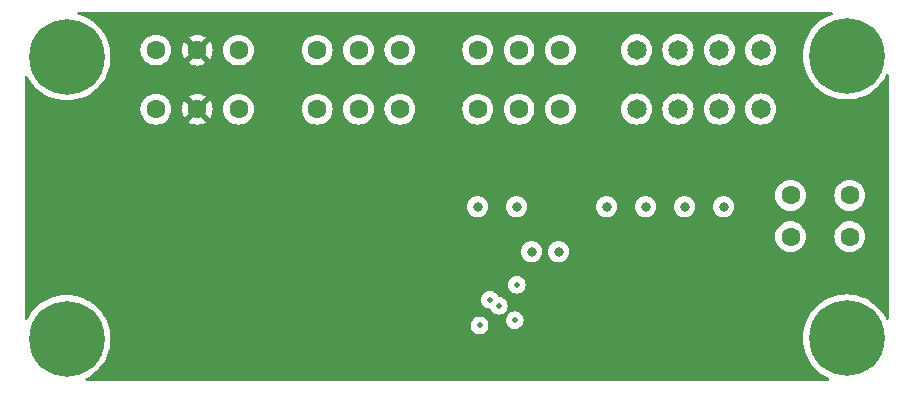
<source format=gbr>
%TF.GenerationSoftware,KiCad,Pcbnew,7.0.9*%
%TF.CreationDate,2024-01-20T18:52:18+00:00*%
%TF.ProjectId,DRV8234 DC Motor Driver Expander,44525638-3233-4342-9044-43204d6f746f,rev?*%
%TF.SameCoordinates,Original*%
%TF.FileFunction,Copper,L2,Inr*%
%TF.FilePolarity,Positive*%
%FSLAX46Y46*%
G04 Gerber Fmt 4.6, Leading zero omitted, Abs format (unit mm)*
G04 Created by KiCad (PCBNEW 7.0.9) date 2024-01-20 18:52:18*
%MOMM*%
%LPD*%
G01*
G04 APERTURE LIST*
%TA.AperFunction,ComponentPad*%
%ADD10C,1.600200*%
%TD*%
%TA.AperFunction,ComponentPad*%
%ADD11C,0.800000*%
%TD*%
%TA.AperFunction,ComponentPad*%
%ADD12C,6.400000*%
%TD*%
%TA.AperFunction,ComponentPad*%
%ADD13C,1.650000*%
%TD*%
%TA.AperFunction,ViaPad*%
%ADD14C,0.500000*%
%TD*%
%TA.AperFunction,ViaPad*%
%ADD15C,0.800000*%
%TD*%
G04 APERTURE END LIST*
D10*
%TO.N,IPROPI*%
%TO.C,J3*%
X136286001Y-84709000D03*
X136286001Y-79709000D03*
%TO.N,RC_OUT*%
X132786001Y-84709000D03*
X132786001Y-79709000D03*
%TO.N,NFAULT*%
X129286000Y-84709000D03*
X129286000Y-79709000D03*
%TD*%
%TO.N,OUT1*%
%TO.C,J5*%
X155782000Y-95504000D03*
X160782000Y-95504000D03*
%TO.N,OUT2*%
X155782000Y-92003997D03*
X160782000Y-92003997D03*
%TD*%
%TO.N,NSLEEP*%
%TO.C,J2*%
X122697001Y-84709000D03*
X122697001Y-79709000D03*
%TO.N,IN1*%
X119197001Y-84709000D03*
X119197001Y-79709000D03*
%TO.N,IN2*%
X115697000Y-84709000D03*
X115697000Y-79709000D03*
%TD*%
%TO.N,+5V*%
%TO.C,J1*%
X109037000Y-84709000D03*
X109037000Y-79709000D03*
%TO.N,GND*%
X105537000Y-84709000D03*
X105537000Y-79709000D03*
%TO.N,VCC*%
X102036999Y-84709000D03*
X102036999Y-79709000D03*
%TD*%
D11*
%TO.N,N/C*%
%TO.C,H2*%
X158128000Y-80183056D03*
X158830944Y-78486000D03*
X158830944Y-81880112D03*
X160528000Y-77783056D03*
D12*
X160528000Y-80183056D03*
D11*
X160528000Y-82583056D03*
X162225056Y-78486000D03*
X162225056Y-81880112D03*
X162928000Y-80183056D03*
%TD*%
%TO.N,N/C*%
%TO.C,H3*%
X92088000Y-104140000D03*
X92790944Y-102442944D03*
X92790944Y-105837056D03*
X94488000Y-101740000D03*
D12*
X94488000Y-104140000D03*
D11*
X94488000Y-106540000D03*
X96185056Y-102442944D03*
X96185056Y-105837056D03*
X96888000Y-104140000D03*
%TD*%
D13*
%TO.N,A0*%
%TO.C,J4*%
X153244000Y-84694400D03*
X153244000Y-79694400D03*
%TO.N,A1*%
X149744000Y-84694400D03*
X149744000Y-79694400D03*
%TO.N,SDA*%
X146244000Y-84694400D03*
X146244000Y-79694400D03*
%TO.N,SCL*%
X142744000Y-84694400D03*
X142744000Y-79694400D03*
%TD*%
D11*
%TO.N,N/C*%
%TO.C,H1*%
X92088000Y-80264000D03*
X92790944Y-78566944D03*
X92790944Y-81961056D03*
X94488000Y-77864000D03*
D12*
X94488000Y-80264000D03*
D11*
X94488000Y-82664000D03*
X96185056Y-78566944D03*
X96185056Y-81961056D03*
X96888000Y-80264000D03*
%TD*%
%TO.N,N/C*%
%TO.C,H4*%
X158128000Y-104093944D03*
X158830944Y-102396888D03*
X158830944Y-105791000D03*
X160528000Y-101693944D03*
D12*
X160528000Y-104093944D03*
D11*
X160528000Y-106493944D03*
X162225056Y-102396888D03*
X162225056Y-105791000D03*
X162928000Y-104093944D03*
%TD*%
D14*
%TO.N,GND*%
X131826000Y-100330000D03*
D15*
X123698000Y-93218000D03*
X135890000Y-92964000D03*
D14*
X128270000Y-100330000D03*
D15*
X126238000Y-93218000D03*
X134874000Y-102108000D03*
X119075200Y-90728800D03*
D14*
X126695200Y-99186600D03*
D15*
X116456500Y-90728800D03*
D14*
X131826000Y-96774000D03*
D15*
%TO.N,+5V*%
X129286000Y-92964000D03*
X136144000Y-96774000D03*
X133858000Y-96774000D03*
X132588000Y-92964000D03*
X150114000Y-92964000D03*
X143510000Y-92964000D03*
X146812000Y-92964000D03*
X140208000Y-92964000D03*
D14*
%TO.N,A1*%
X129438400Y-103022400D03*
X132410200Y-102590600D03*
%TO.N,NSLEEP*%
X130302000Y-100838000D03*
%TO.N,IN2*%
X131064000Y-101346000D03*
%TO.N,IN1*%
X132588000Y-99568000D03*
%TD*%
%TA.AperFunction,Conductor*%
%TO.N,GND*%
G36*
X159313237Y-76474185D02*
G01*
X159358992Y-76526989D01*
X159368936Y-76596147D01*
X159339911Y-76659703D01*
X159290636Y-76694263D01*
X159280187Y-76698275D01*
X159020802Y-76797843D01*
X158675206Y-76973933D01*
X158349917Y-77185178D01*
X158048488Y-77429271D01*
X158048480Y-77429278D01*
X157774222Y-77703536D01*
X157774215Y-77703544D01*
X157530122Y-78004973D01*
X157318877Y-78330262D01*
X157142787Y-78675858D01*
X157003788Y-79037961D01*
X156903397Y-79412626D01*
X156903397Y-79412628D01*
X156842722Y-79795716D01*
X156822422Y-80183055D01*
X156822422Y-80183056D01*
X156842722Y-80570395D01*
X156903397Y-80953483D01*
X156903397Y-80953485D01*
X157003788Y-81328150D01*
X157142787Y-81690253D01*
X157318877Y-82035849D01*
X157530122Y-82361138D01*
X157595671Y-82442084D01*
X157774219Y-82662572D01*
X158048484Y-82936837D01*
X158148445Y-83017784D01*
X158349917Y-83180933D01*
X158474560Y-83261877D01*
X158675211Y-83392181D01*
X159020806Y-83568270D01*
X159382913Y-83707270D01*
X159757567Y-83807658D01*
X160140662Y-83868334D01*
X160506576Y-83887511D01*
X160527999Y-83888634D01*
X160528000Y-83888634D01*
X160528001Y-83888634D01*
X160548301Y-83887570D01*
X160915338Y-83868334D01*
X161298433Y-83807658D01*
X161673087Y-83707270D01*
X162035194Y-83568270D01*
X162380789Y-83392181D01*
X162706084Y-83180932D01*
X163007516Y-82936837D01*
X163281781Y-82662572D01*
X163525876Y-82361140D01*
X163684558Y-82116791D01*
X163737124Y-82035847D01*
X163737125Y-82035845D01*
X163849015Y-81816248D01*
X163896989Y-81765451D01*
X163964810Y-81748656D01*
X164030945Y-81771193D01*
X164074397Y-81825908D01*
X164083500Y-81872542D01*
X164083500Y-102404457D01*
X164063815Y-102471496D01*
X164011011Y-102517251D01*
X163941853Y-102527195D01*
X163878297Y-102498170D01*
X163849015Y-102460752D01*
X163829547Y-102422543D01*
X163737125Y-102241155D01*
X163646269Y-102101249D01*
X163525877Y-101915861D01*
X163329770Y-101673690D01*
X163281781Y-101614428D01*
X163007516Y-101340163D01*
X162792060Y-101165690D01*
X162706082Y-101096066D01*
X162380793Y-100884821D01*
X162035197Y-100708731D01*
X161673094Y-100569732D01*
X161673087Y-100569730D01*
X161298433Y-100469342D01*
X161298429Y-100469341D01*
X161298428Y-100469341D01*
X160915339Y-100408666D01*
X160528001Y-100388366D01*
X160527999Y-100388366D01*
X160140660Y-100408666D01*
X159757572Y-100469341D01*
X159757570Y-100469341D01*
X159382905Y-100569732D01*
X159020802Y-100708731D01*
X158675206Y-100884821D01*
X158349917Y-101096066D01*
X158048488Y-101340159D01*
X158048480Y-101340166D01*
X157774222Y-101614424D01*
X157774215Y-101614432D01*
X157530122Y-101915861D01*
X157318877Y-102241150D01*
X157142787Y-102586746D01*
X157003788Y-102948849D01*
X156903397Y-103323514D01*
X156903397Y-103323516D01*
X156842722Y-103706604D01*
X156822422Y-104093943D01*
X156822422Y-104093944D01*
X156842722Y-104481283D01*
X156850017Y-104527339D01*
X156903398Y-104864377D01*
X156984840Y-105168325D01*
X157003788Y-105239038D01*
X157142787Y-105601141D01*
X157318877Y-105946737D01*
X157530122Y-106272026D01*
X157530124Y-106272028D01*
X157774219Y-106573460D01*
X158048484Y-106847725D01*
X158105362Y-106893784D01*
X158349917Y-107091821D01*
X158675206Y-107303066D01*
X158675211Y-107303069D01*
X158913514Y-107424490D01*
X158985198Y-107461015D01*
X159035994Y-107508989D01*
X159052789Y-107576810D01*
X159030252Y-107642945D01*
X158975537Y-107686397D01*
X158928903Y-107695500D01*
X96177487Y-107695500D01*
X96110448Y-107675815D01*
X96064693Y-107623011D01*
X96054749Y-107553853D01*
X96083774Y-107490297D01*
X96121192Y-107461015D01*
X96126614Y-107458251D01*
X96340789Y-107349125D01*
X96666084Y-107137876D01*
X96967516Y-106893781D01*
X97241781Y-106619516D01*
X97485876Y-106318084D01*
X97697125Y-105992789D01*
X97873214Y-105647194D01*
X98012214Y-105285087D01*
X98112602Y-104910433D01*
X98173278Y-104527338D01*
X98193578Y-104140000D01*
X98173278Y-103752662D01*
X98112602Y-103369567D01*
X98019580Y-103022402D01*
X128683151Y-103022402D01*
X128702085Y-103190456D01*
X128757945Y-103350094D01*
X128757947Y-103350097D01*
X128847918Y-103493284D01*
X128847923Y-103493290D01*
X128967509Y-103612876D01*
X128967515Y-103612881D01*
X129110702Y-103702852D01*
X129110705Y-103702854D01*
X129110709Y-103702855D01*
X129110710Y-103702856D01*
X129183313Y-103728260D01*
X129270343Y-103758714D01*
X129438397Y-103777649D01*
X129438400Y-103777649D01*
X129438403Y-103777649D01*
X129606456Y-103758714D01*
X129623752Y-103752662D01*
X129766090Y-103702856D01*
X129766092Y-103702854D01*
X129766094Y-103702854D01*
X129766097Y-103702852D01*
X129909284Y-103612881D01*
X129909285Y-103612880D01*
X129909290Y-103612877D01*
X130028877Y-103493290D01*
X130118852Y-103350097D01*
X130118854Y-103350094D01*
X130118854Y-103350092D01*
X130118856Y-103350090D01*
X130174713Y-103190459D01*
X130174713Y-103190458D01*
X130174714Y-103190456D01*
X130193649Y-103022402D01*
X130193649Y-103022397D01*
X130174714Y-102854343D01*
X130118854Y-102694705D01*
X130118852Y-102694702D01*
X130053441Y-102590602D01*
X131654951Y-102590602D01*
X131673885Y-102758656D01*
X131729745Y-102918294D01*
X131729747Y-102918297D01*
X131819718Y-103061484D01*
X131819723Y-103061490D01*
X131939309Y-103181076D01*
X131939315Y-103181081D01*
X132082502Y-103271052D01*
X132082505Y-103271054D01*
X132082509Y-103271055D01*
X132082510Y-103271056D01*
X132155113Y-103296460D01*
X132242143Y-103326914D01*
X132410197Y-103345849D01*
X132410200Y-103345849D01*
X132410203Y-103345849D01*
X132578256Y-103326914D01*
X132587981Y-103323511D01*
X132737890Y-103271056D01*
X132737892Y-103271054D01*
X132737894Y-103271054D01*
X132737897Y-103271052D01*
X132881084Y-103181081D01*
X132881085Y-103181080D01*
X132881090Y-103181077D01*
X133000677Y-103061490D01*
X133025241Y-103022397D01*
X133090652Y-102918297D01*
X133090654Y-102918294D01*
X133090654Y-102918292D01*
X133090656Y-102918290D01*
X133146513Y-102758659D01*
X133146513Y-102758658D01*
X133146514Y-102758656D01*
X133165449Y-102590602D01*
X133165449Y-102590597D01*
X133146514Y-102422543D01*
X133090654Y-102262905D01*
X133090652Y-102262902D01*
X133000681Y-102119715D01*
X133000676Y-102119709D01*
X132881090Y-102000123D01*
X132881084Y-102000118D01*
X132737897Y-101910147D01*
X132737894Y-101910145D01*
X132578256Y-101854285D01*
X132410203Y-101835351D01*
X132410197Y-101835351D01*
X132242143Y-101854285D01*
X132082505Y-101910145D01*
X132082502Y-101910147D01*
X131939315Y-102000118D01*
X131939309Y-102000123D01*
X131819723Y-102119709D01*
X131819718Y-102119715D01*
X131729747Y-102262902D01*
X131729745Y-102262905D01*
X131673885Y-102422543D01*
X131654951Y-102590597D01*
X131654951Y-102590602D01*
X130053441Y-102590602D01*
X130028881Y-102551515D01*
X130028876Y-102551509D01*
X129909290Y-102431923D01*
X129909284Y-102431918D01*
X129766097Y-102341947D01*
X129766094Y-102341945D01*
X129606456Y-102286085D01*
X129438403Y-102267151D01*
X129438397Y-102267151D01*
X129270343Y-102286085D01*
X129110705Y-102341945D01*
X129110702Y-102341947D01*
X128967515Y-102431918D01*
X128967509Y-102431923D01*
X128847923Y-102551509D01*
X128847918Y-102551515D01*
X128757947Y-102694702D01*
X128757945Y-102694705D01*
X128702085Y-102854343D01*
X128683151Y-103022397D01*
X128683151Y-103022402D01*
X98019580Y-103022402D01*
X98012214Y-102994913D01*
X97873214Y-102632806D01*
X97697125Y-102287211D01*
X97576360Y-102101249D01*
X97485877Y-101961917D01*
X97368431Y-101816884D01*
X97241781Y-101660484D01*
X96967516Y-101386219D01*
X96710317Y-101177943D01*
X96666082Y-101142122D01*
X96340793Y-100930877D01*
X96158516Y-100838002D01*
X129546751Y-100838002D01*
X129565685Y-101006056D01*
X129621545Y-101165694D01*
X129621547Y-101165697D01*
X129711518Y-101308884D01*
X129711523Y-101308890D01*
X129831109Y-101428476D01*
X129831115Y-101428481D01*
X129974302Y-101518452D01*
X129974305Y-101518454D01*
X129974309Y-101518455D01*
X129974310Y-101518456D01*
X130133941Y-101574313D01*
X130133944Y-101574314D01*
X130224274Y-101584491D01*
X130280163Y-101590788D01*
X130344576Y-101617854D01*
X130379658Y-101667833D01*
X130380523Y-101667417D01*
X130383050Y-101672666D01*
X130383318Y-101673047D01*
X130383541Y-101673684D01*
X130383547Y-101673697D01*
X130473518Y-101816884D01*
X130473523Y-101816890D01*
X130593109Y-101936476D01*
X130593115Y-101936481D01*
X130736302Y-102026452D01*
X130736305Y-102026454D01*
X130736309Y-102026455D01*
X130736310Y-102026456D01*
X130808913Y-102051860D01*
X130895943Y-102082314D01*
X131063997Y-102101249D01*
X131064000Y-102101249D01*
X131064003Y-102101249D01*
X131232056Y-102082314D01*
X131232059Y-102082313D01*
X131391690Y-102026456D01*
X131391692Y-102026454D01*
X131391694Y-102026454D01*
X131391697Y-102026452D01*
X131534884Y-101936481D01*
X131534885Y-101936480D01*
X131534890Y-101936477D01*
X131654477Y-101816890D01*
X131744452Y-101673697D01*
X131744454Y-101673694D01*
X131744454Y-101673692D01*
X131744456Y-101673690D01*
X131800313Y-101514059D01*
X131800313Y-101514058D01*
X131800314Y-101514056D01*
X131819249Y-101346002D01*
X131819249Y-101345997D01*
X131800314Y-101177943D01*
X131744454Y-101018305D01*
X131744452Y-101018302D01*
X131654481Y-100875115D01*
X131654476Y-100875109D01*
X131534890Y-100755523D01*
X131534884Y-100755518D01*
X131391697Y-100665547D01*
X131391694Y-100665545D01*
X131232056Y-100609685D01*
X131085836Y-100593211D01*
X131021422Y-100566145D01*
X130986343Y-100516165D01*
X130985477Y-100516583D01*
X130982942Y-100511319D01*
X130982678Y-100510943D01*
X130982457Y-100510312D01*
X130982452Y-100510302D01*
X130892481Y-100367115D01*
X130892476Y-100367109D01*
X130772890Y-100247523D01*
X130772884Y-100247518D01*
X130629697Y-100157547D01*
X130629694Y-100157545D01*
X130470056Y-100101685D01*
X130302003Y-100082751D01*
X130301997Y-100082751D01*
X130133943Y-100101685D01*
X129974305Y-100157545D01*
X129974302Y-100157547D01*
X129831115Y-100247518D01*
X129831109Y-100247523D01*
X129711523Y-100367109D01*
X129711518Y-100367115D01*
X129621547Y-100510302D01*
X129621545Y-100510305D01*
X129565685Y-100669943D01*
X129546751Y-100837997D01*
X129546751Y-100838002D01*
X96158516Y-100838002D01*
X95995197Y-100754787D01*
X95633094Y-100615788D01*
X95610325Y-100609687D01*
X95258433Y-100515398D01*
X95258429Y-100515397D01*
X95258428Y-100515397D01*
X94875339Y-100454722D01*
X94488001Y-100434422D01*
X94487999Y-100434422D01*
X94100660Y-100454722D01*
X93717572Y-100515397D01*
X93717570Y-100515397D01*
X93342905Y-100615788D01*
X92980802Y-100754787D01*
X92635206Y-100930877D01*
X92309917Y-101142122D01*
X92008488Y-101386215D01*
X92008480Y-101386222D01*
X91734222Y-101660480D01*
X91734215Y-101660488D01*
X91490122Y-101961917D01*
X91278877Y-102287206D01*
X91166985Y-102506808D01*
X91119011Y-102557604D01*
X91051190Y-102574399D01*
X90985055Y-102551862D01*
X90941603Y-102497147D01*
X90932500Y-102450513D01*
X90932500Y-99568002D01*
X131832751Y-99568002D01*
X131851685Y-99736056D01*
X131907545Y-99895694D01*
X131907547Y-99895697D01*
X131997518Y-100038884D01*
X131997523Y-100038890D01*
X132117109Y-100158476D01*
X132117115Y-100158481D01*
X132260302Y-100248452D01*
X132260305Y-100248454D01*
X132260309Y-100248455D01*
X132260310Y-100248456D01*
X132332913Y-100273860D01*
X132419943Y-100304314D01*
X132587997Y-100323249D01*
X132588000Y-100323249D01*
X132588003Y-100323249D01*
X132756056Y-100304314D01*
X132756059Y-100304313D01*
X132915690Y-100248456D01*
X132915692Y-100248454D01*
X132915694Y-100248454D01*
X132915697Y-100248452D01*
X133058884Y-100158481D01*
X133058885Y-100158480D01*
X133058890Y-100158477D01*
X133178477Y-100038890D01*
X133268452Y-99895697D01*
X133268454Y-99895694D01*
X133268454Y-99895692D01*
X133268456Y-99895690D01*
X133324313Y-99736059D01*
X133324313Y-99736058D01*
X133324314Y-99736056D01*
X133343249Y-99568002D01*
X133343249Y-99567997D01*
X133324314Y-99399943D01*
X133268454Y-99240305D01*
X133268452Y-99240302D01*
X133178481Y-99097115D01*
X133178476Y-99097109D01*
X133058890Y-98977523D01*
X133058884Y-98977518D01*
X132915697Y-98887547D01*
X132915694Y-98887545D01*
X132756056Y-98831685D01*
X132588003Y-98812751D01*
X132587997Y-98812751D01*
X132419943Y-98831685D01*
X132260305Y-98887545D01*
X132260302Y-98887547D01*
X132117115Y-98977518D01*
X132117109Y-98977523D01*
X131997523Y-99097109D01*
X131997518Y-99097115D01*
X131907547Y-99240302D01*
X131907545Y-99240305D01*
X131851685Y-99399943D01*
X131832751Y-99567997D01*
X131832751Y-99568002D01*
X90932500Y-99568002D01*
X90932500Y-96774000D01*
X132952540Y-96774000D01*
X132972326Y-96962256D01*
X132972327Y-96962259D01*
X133030818Y-97142277D01*
X133030821Y-97142284D01*
X133125467Y-97306216D01*
X133252129Y-97446888D01*
X133405265Y-97558148D01*
X133405270Y-97558151D01*
X133578192Y-97635142D01*
X133578197Y-97635144D01*
X133763354Y-97674500D01*
X133763355Y-97674500D01*
X133952644Y-97674500D01*
X133952646Y-97674500D01*
X134137803Y-97635144D01*
X134310730Y-97558151D01*
X134463871Y-97446888D01*
X134590533Y-97306216D01*
X134685179Y-97142284D01*
X134743674Y-96962256D01*
X134763460Y-96774000D01*
X135238540Y-96774000D01*
X135258326Y-96962256D01*
X135258327Y-96962259D01*
X135316818Y-97142277D01*
X135316821Y-97142284D01*
X135411467Y-97306216D01*
X135538129Y-97446888D01*
X135691265Y-97558148D01*
X135691270Y-97558151D01*
X135864192Y-97635142D01*
X135864197Y-97635144D01*
X136049354Y-97674500D01*
X136049355Y-97674500D01*
X136238644Y-97674500D01*
X136238646Y-97674500D01*
X136423803Y-97635144D01*
X136596730Y-97558151D01*
X136749871Y-97446888D01*
X136876533Y-97306216D01*
X136971179Y-97142284D01*
X137029674Y-96962256D01*
X137049460Y-96774000D01*
X137029674Y-96585744D01*
X136971179Y-96405716D01*
X136876533Y-96241784D01*
X136749871Y-96101112D01*
X136749870Y-96101111D01*
X136596734Y-95989851D01*
X136596729Y-95989848D01*
X136423807Y-95912857D01*
X136423802Y-95912855D01*
X136278001Y-95881865D01*
X136238646Y-95873500D01*
X136049354Y-95873500D01*
X136016897Y-95880398D01*
X135864197Y-95912855D01*
X135864192Y-95912857D01*
X135691270Y-95989848D01*
X135691265Y-95989851D01*
X135538129Y-96101111D01*
X135411466Y-96241785D01*
X135316821Y-96405715D01*
X135316818Y-96405722D01*
X135284846Y-96504123D01*
X135258326Y-96585744D01*
X135238540Y-96774000D01*
X134763460Y-96774000D01*
X134743674Y-96585744D01*
X134685179Y-96405716D01*
X134590533Y-96241784D01*
X134463871Y-96101112D01*
X134463870Y-96101111D01*
X134310734Y-95989851D01*
X134310729Y-95989848D01*
X134137807Y-95912857D01*
X134137802Y-95912855D01*
X133992001Y-95881865D01*
X133952646Y-95873500D01*
X133763354Y-95873500D01*
X133730897Y-95880398D01*
X133578197Y-95912855D01*
X133578192Y-95912857D01*
X133405270Y-95989848D01*
X133405265Y-95989851D01*
X133252129Y-96101111D01*
X133125466Y-96241785D01*
X133030821Y-96405715D01*
X133030818Y-96405722D01*
X132998846Y-96504123D01*
X132972326Y-96585744D01*
X132952540Y-96774000D01*
X90932500Y-96774000D01*
X90932500Y-95504000D01*
X154476432Y-95504000D01*
X154496266Y-95730705D01*
X154496268Y-95730715D01*
X154555164Y-95950523D01*
X154555166Y-95950527D01*
X154555167Y-95950531D01*
X154603256Y-96053657D01*
X154651344Y-96156783D01*
X154651345Y-96156785D01*
X154781873Y-96343198D01*
X154781878Y-96343204D01*
X154942795Y-96504121D01*
X154942801Y-96504126D01*
X155129214Y-96634654D01*
X155129216Y-96634655D01*
X155335469Y-96730833D01*
X155555290Y-96789733D01*
X155736658Y-96805601D01*
X155781999Y-96809568D01*
X155782000Y-96809568D01*
X155782001Y-96809568D01*
X155819785Y-96806262D01*
X156008710Y-96789733D01*
X156228531Y-96730833D01*
X156434784Y-96634655D01*
X156621203Y-96504123D01*
X156782123Y-96343203D01*
X156912655Y-96156784D01*
X157008833Y-95950531D01*
X157067733Y-95730710D01*
X157087568Y-95504000D01*
X159476432Y-95504000D01*
X159496266Y-95730705D01*
X159496268Y-95730715D01*
X159555164Y-95950523D01*
X159555166Y-95950527D01*
X159555167Y-95950531D01*
X159603256Y-96053657D01*
X159651344Y-96156783D01*
X159651345Y-96156785D01*
X159781873Y-96343198D01*
X159781878Y-96343204D01*
X159942795Y-96504121D01*
X159942801Y-96504126D01*
X160129214Y-96634654D01*
X160129216Y-96634655D01*
X160335469Y-96730833D01*
X160555290Y-96789733D01*
X160736658Y-96805601D01*
X160781999Y-96809568D01*
X160782000Y-96809568D01*
X160782001Y-96809568D01*
X160819785Y-96806262D01*
X161008710Y-96789733D01*
X161228531Y-96730833D01*
X161434784Y-96634655D01*
X161621203Y-96504123D01*
X161782123Y-96343203D01*
X161912655Y-96156784D01*
X162008833Y-95950531D01*
X162067733Y-95730710D01*
X162087568Y-95504000D01*
X162067733Y-95277290D01*
X162008833Y-95057469D01*
X161912655Y-94851216D01*
X161782123Y-94664797D01*
X161621203Y-94503877D01*
X161621201Y-94503876D01*
X161621198Y-94503873D01*
X161434785Y-94373345D01*
X161434783Y-94373344D01*
X161331657Y-94325256D01*
X161228531Y-94277167D01*
X161228527Y-94277166D01*
X161228523Y-94277164D01*
X161008715Y-94218268D01*
X161008705Y-94218266D01*
X160782001Y-94198432D01*
X160781999Y-94198432D01*
X160555294Y-94218266D01*
X160555284Y-94218268D01*
X160335476Y-94277164D01*
X160335467Y-94277168D01*
X160129216Y-94373344D01*
X160129214Y-94373345D01*
X159942801Y-94503873D01*
X159942795Y-94503878D01*
X159781878Y-94664795D01*
X159781873Y-94664801D01*
X159651345Y-94851214D01*
X159651344Y-94851216D01*
X159555168Y-95057467D01*
X159555164Y-95057476D01*
X159496268Y-95277284D01*
X159496266Y-95277294D01*
X159476432Y-95503999D01*
X159476432Y-95504000D01*
X157087568Y-95504000D01*
X157067733Y-95277290D01*
X157008833Y-95057469D01*
X156912655Y-94851216D01*
X156782123Y-94664797D01*
X156621203Y-94503877D01*
X156621201Y-94503876D01*
X156621198Y-94503873D01*
X156434785Y-94373345D01*
X156434783Y-94373344D01*
X156331657Y-94325256D01*
X156228531Y-94277167D01*
X156228527Y-94277166D01*
X156228523Y-94277164D01*
X156008715Y-94218268D01*
X156008705Y-94218266D01*
X155782001Y-94198432D01*
X155781999Y-94198432D01*
X155555294Y-94218266D01*
X155555284Y-94218268D01*
X155335476Y-94277164D01*
X155335467Y-94277168D01*
X155129216Y-94373344D01*
X155129214Y-94373345D01*
X154942801Y-94503873D01*
X154942795Y-94503878D01*
X154781878Y-94664795D01*
X154781873Y-94664801D01*
X154651345Y-94851214D01*
X154651344Y-94851216D01*
X154555168Y-95057467D01*
X154555164Y-95057476D01*
X154496268Y-95277284D01*
X154496266Y-95277294D01*
X154476432Y-95503999D01*
X154476432Y-95504000D01*
X90932500Y-95504000D01*
X90932500Y-92964000D01*
X128380540Y-92964000D01*
X128400326Y-93152256D01*
X128400327Y-93152259D01*
X128458818Y-93332277D01*
X128458821Y-93332284D01*
X128553467Y-93496216D01*
X128680129Y-93636888D01*
X128833265Y-93748148D01*
X128833270Y-93748151D01*
X129006192Y-93825142D01*
X129006197Y-93825144D01*
X129191354Y-93864500D01*
X129191355Y-93864500D01*
X129380644Y-93864500D01*
X129380646Y-93864500D01*
X129565803Y-93825144D01*
X129738730Y-93748151D01*
X129891871Y-93636888D01*
X130018533Y-93496216D01*
X130113179Y-93332284D01*
X130171674Y-93152256D01*
X130191460Y-92964000D01*
X131682540Y-92964000D01*
X131702326Y-93152256D01*
X131702327Y-93152259D01*
X131760818Y-93332277D01*
X131760821Y-93332284D01*
X131855467Y-93496216D01*
X131982129Y-93636888D01*
X132135265Y-93748148D01*
X132135270Y-93748151D01*
X132308192Y-93825142D01*
X132308197Y-93825144D01*
X132493354Y-93864500D01*
X132493355Y-93864500D01*
X132682644Y-93864500D01*
X132682646Y-93864500D01*
X132867803Y-93825144D01*
X133040730Y-93748151D01*
X133193871Y-93636888D01*
X133320533Y-93496216D01*
X133415179Y-93332284D01*
X133473674Y-93152256D01*
X133493460Y-92964000D01*
X139302540Y-92964000D01*
X139322326Y-93152256D01*
X139322327Y-93152259D01*
X139380818Y-93332277D01*
X139380821Y-93332284D01*
X139475467Y-93496216D01*
X139602129Y-93636888D01*
X139755265Y-93748148D01*
X139755270Y-93748151D01*
X139928192Y-93825142D01*
X139928197Y-93825144D01*
X140113354Y-93864500D01*
X140113355Y-93864500D01*
X140302644Y-93864500D01*
X140302646Y-93864500D01*
X140487803Y-93825144D01*
X140660730Y-93748151D01*
X140813871Y-93636888D01*
X140940533Y-93496216D01*
X141035179Y-93332284D01*
X141093674Y-93152256D01*
X141113460Y-92964000D01*
X142604540Y-92964000D01*
X142624326Y-93152256D01*
X142624327Y-93152259D01*
X142682818Y-93332277D01*
X142682821Y-93332284D01*
X142777467Y-93496216D01*
X142904129Y-93636888D01*
X143057265Y-93748148D01*
X143057270Y-93748151D01*
X143230192Y-93825142D01*
X143230197Y-93825144D01*
X143415354Y-93864500D01*
X143415355Y-93864500D01*
X143604644Y-93864500D01*
X143604646Y-93864500D01*
X143789803Y-93825144D01*
X143962730Y-93748151D01*
X144115871Y-93636888D01*
X144242533Y-93496216D01*
X144337179Y-93332284D01*
X144395674Y-93152256D01*
X144415460Y-92964000D01*
X145906540Y-92964000D01*
X145926326Y-93152256D01*
X145926327Y-93152259D01*
X145984818Y-93332277D01*
X145984821Y-93332284D01*
X146079467Y-93496216D01*
X146206129Y-93636888D01*
X146359265Y-93748148D01*
X146359270Y-93748151D01*
X146532192Y-93825142D01*
X146532197Y-93825144D01*
X146717354Y-93864500D01*
X146717355Y-93864500D01*
X146906644Y-93864500D01*
X146906646Y-93864500D01*
X147091803Y-93825144D01*
X147264730Y-93748151D01*
X147417871Y-93636888D01*
X147544533Y-93496216D01*
X147639179Y-93332284D01*
X147697674Y-93152256D01*
X147717460Y-92964000D01*
X149208540Y-92964000D01*
X149228326Y-93152256D01*
X149228327Y-93152259D01*
X149286818Y-93332277D01*
X149286821Y-93332284D01*
X149381467Y-93496216D01*
X149508129Y-93636888D01*
X149661265Y-93748148D01*
X149661270Y-93748151D01*
X149834192Y-93825142D01*
X149834197Y-93825144D01*
X150019354Y-93864500D01*
X150019355Y-93864500D01*
X150208644Y-93864500D01*
X150208646Y-93864500D01*
X150393803Y-93825144D01*
X150566730Y-93748151D01*
X150719871Y-93636888D01*
X150846533Y-93496216D01*
X150941179Y-93332284D01*
X150999674Y-93152256D01*
X151019460Y-92964000D01*
X150999674Y-92775744D01*
X150941179Y-92595716D01*
X150846533Y-92431784D01*
X150719871Y-92291112D01*
X150719870Y-92291111D01*
X150566734Y-92179851D01*
X150566729Y-92179848D01*
X150393807Y-92102857D01*
X150393802Y-92102855D01*
X150248001Y-92071865D01*
X150208646Y-92063500D01*
X150019354Y-92063500D01*
X149986897Y-92070398D01*
X149834197Y-92102855D01*
X149834192Y-92102857D01*
X149661270Y-92179848D01*
X149661265Y-92179851D01*
X149508129Y-92291111D01*
X149381466Y-92431785D01*
X149286821Y-92595715D01*
X149286818Y-92595722D01*
X149266979Y-92656782D01*
X149228326Y-92775744D01*
X149208540Y-92964000D01*
X147717460Y-92964000D01*
X147697674Y-92775744D01*
X147639179Y-92595716D01*
X147544533Y-92431784D01*
X147417871Y-92291112D01*
X147417870Y-92291111D01*
X147264734Y-92179851D01*
X147264729Y-92179848D01*
X147091807Y-92102857D01*
X147091802Y-92102855D01*
X146946001Y-92071865D01*
X146906646Y-92063500D01*
X146717354Y-92063500D01*
X146684897Y-92070398D01*
X146532197Y-92102855D01*
X146532192Y-92102857D01*
X146359270Y-92179848D01*
X146359265Y-92179851D01*
X146206129Y-92291111D01*
X146079466Y-92431785D01*
X145984821Y-92595715D01*
X145984818Y-92595722D01*
X145964979Y-92656782D01*
X145926326Y-92775744D01*
X145906540Y-92964000D01*
X144415460Y-92964000D01*
X144395674Y-92775744D01*
X144337179Y-92595716D01*
X144242533Y-92431784D01*
X144115871Y-92291112D01*
X144115870Y-92291111D01*
X143962734Y-92179851D01*
X143962729Y-92179848D01*
X143789807Y-92102857D01*
X143789802Y-92102855D01*
X143644001Y-92071865D01*
X143604646Y-92063500D01*
X143415354Y-92063500D01*
X143382897Y-92070398D01*
X143230197Y-92102855D01*
X143230192Y-92102857D01*
X143057270Y-92179848D01*
X143057265Y-92179851D01*
X142904129Y-92291111D01*
X142777466Y-92431785D01*
X142682821Y-92595715D01*
X142682818Y-92595722D01*
X142662979Y-92656782D01*
X142624326Y-92775744D01*
X142604540Y-92964000D01*
X141113460Y-92964000D01*
X141093674Y-92775744D01*
X141035179Y-92595716D01*
X140940533Y-92431784D01*
X140813871Y-92291112D01*
X140813870Y-92291111D01*
X140660734Y-92179851D01*
X140660729Y-92179848D01*
X140487807Y-92102857D01*
X140487802Y-92102855D01*
X140342001Y-92071865D01*
X140302646Y-92063500D01*
X140113354Y-92063500D01*
X140080897Y-92070398D01*
X139928197Y-92102855D01*
X139928192Y-92102857D01*
X139755270Y-92179848D01*
X139755265Y-92179851D01*
X139602129Y-92291111D01*
X139475466Y-92431785D01*
X139380821Y-92595715D01*
X139380818Y-92595722D01*
X139360979Y-92656782D01*
X139322326Y-92775744D01*
X139302540Y-92964000D01*
X133493460Y-92964000D01*
X133473674Y-92775744D01*
X133415179Y-92595716D01*
X133320533Y-92431784D01*
X133193871Y-92291112D01*
X133193870Y-92291111D01*
X133040734Y-92179851D01*
X133040729Y-92179848D01*
X132867807Y-92102857D01*
X132867802Y-92102855D01*
X132722001Y-92071865D01*
X132682646Y-92063500D01*
X132493354Y-92063500D01*
X132460897Y-92070398D01*
X132308197Y-92102855D01*
X132308192Y-92102857D01*
X132135270Y-92179848D01*
X132135265Y-92179851D01*
X131982129Y-92291111D01*
X131855466Y-92431785D01*
X131760821Y-92595715D01*
X131760818Y-92595722D01*
X131740979Y-92656782D01*
X131702326Y-92775744D01*
X131682540Y-92964000D01*
X130191460Y-92964000D01*
X130171674Y-92775744D01*
X130113179Y-92595716D01*
X130018533Y-92431784D01*
X129891871Y-92291112D01*
X129891870Y-92291111D01*
X129738734Y-92179851D01*
X129738729Y-92179848D01*
X129565807Y-92102857D01*
X129565802Y-92102855D01*
X129420001Y-92071865D01*
X129380646Y-92063500D01*
X129191354Y-92063500D01*
X129158897Y-92070398D01*
X129006197Y-92102855D01*
X129006192Y-92102857D01*
X128833270Y-92179848D01*
X128833265Y-92179851D01*
X128680129Y-92291111D01*
X128553466Y-92431785D01*
X128458821Y-92595715D01*
X128458818Y-92595722D01*
X128438979Y-92656782D01*
X128400326Y-92775744D01*
X128380540Y-92964000D01*
X90932500Y-92964000D01*
X90932500Y-92003997D01*
X154476432Y-92003997D01*
X154496266Y-92230702D01*
X154496268Y-92230712D01*
X154555164Y-92450520D01*
X154555166Y-92450524D01*
X154555167Y-92450528D01*
X154603256Y-92553654D01*
X154651344Y-92656780D01*
X154651345Y-92656782D01*
X154781873Y-92843195D01*
X154781878Y-92843201D01*
X154942795Y-93004118D01*
X154942801Y-93004123D01*
X155129214Y-93134651D01*
X155129216Y-93134652D01*
X155335469Y-93230830D01*
X155555290Y-93289730D01*
X155736658Y-93305598D01*
X155781999Y-93309565D01*
X155782000Y-93309565D01*
X155782001Y-93309565D01*
X155819785Y-93306259D01*
X156008710Y-93289730D01*
X156228531Y-93230830D01*
X156434784Y-93134652D01*
X156621203Y-93004120D01*
X156782123Y-92843200D01*
X156912655Y-92656781D01*
X157008833Y-92450528D01*
X157067733Y-92230707D01*
X157087568Y-92003997D01*
X159476432Y-92003997D01*
X159496266Y-92230702D01*
X159496268Y-92230712D01*
X159555164Y-92450520D01*
X159555166Y-92450524D01*
X159555167Y-92450528D01*
X159603256Y-92553654D01*
X159651344Y-92656780D01*
X159651345Y-92656782D01*
X159781873Y-92843195D01*
X159781878Y-92843201D01*
X159942795Y-93004118D01*
X159942801Y-93004123D01*
X160129214Y-93134651D01*
X160129216Y-93134652D01*
X160335469Y-93230830D01*
X160555290Y-93289730D01*
X160736658Y-93305598D01*
X160781999Y-93309565D01*
X160782000Y-93309565D01*
X160782001Y-93309565D01*
X160819785Y-93306259D01*
X161008710Y-93289730D01*
X161228531Y-93230830D01*
X161434784Y-93134652D01*
X161621203Y-93004120D01*
X161782123Y-92843200D01*
X161912655Y-92656781D01*
X162008833Y-92450528D01*
X162067733Y-92230707D01*
X162087568Y-92003997D01*
X162067733Y-91777287D01*
X162008833Y-91557466D01*
X161912655Y-91351213D01*
X161782123Y-91164794D01*
X161621203Y-91003874D01*
X161621201Y-91003873D01*
X161621198Y-91003870D01*
X161434785Y-90873342D01*
X161434783Y-90873341D01*
X161331657Y-90825253D01*
X161228531Y-90777164D01*
X161228527Y-90777163D01*
X161228523Y-90777161D01*
X161008715Y-90718265D01*
X161008705Y-90718263D01*
X160782001Y-90698429D01*
X160781999Y-90698429D01*
X160555294Y-90718263D01*
X160555284Y-90718265D01*
X160335476Y-90777161D01*
X160335467Y-90777165D01*
X160129216Y-90873341D01*
X160129214Y-90873342D01*
X159942801Y-91003870D01*
X159942795Y-91003875D01*
X159781878Y-91164792D01*
X159781873Y-91164798D01*
X159651345Y-91351211D01*
X159651344Y-91351213D01*
X159555168Y-91557464D01*
X159555164Y-91557473D01*
X159496268Y-91777281D01*
X159496266Y-91777291D01*
X159476432Y-92003996D01*
X159476432Y-92003997D01*
X157087568Y-92003997D01*
X157067733Y-91777287D01*
X157008833Y-91557466D01*
X156912655Y-91351213D01*
X156782123Y-91164794D01*
X156621203Y-91003874D01*
X156621201Y-91003873D01*
X156621198Y-91003870D01*
X156434785Y-90873342D01*
X156434783Y-90873341D01*
X156331657Y-90825253D01*
X156228531Y-90777164D01*
X156228527Y-90777163D01*
X156228523Y-90777161D01*
X156008715Y-90718265D01*
X156008705Y-90718263D01*
X155782001Y-90698429D01*
X155781999Y-90698429D01*
X155555294Y-90718263D01*
X155555284Y-90718265D01*
X155335476Y-90777161D01*
X155335467Y-90777165D01*
X155129216Y-90873341D01*
X155129214Y-90873342D01*
X154942801Y-91003870D01*
X154942795Y-91003875D01*
X154781878Y-91164792D01*
X154781873Y-91164798D01*
X154651345Y-91351211D01*
X154651344Y-91351213D01*
X154555168Y-91557464D01*
X154555164Y-91557473D01*
X154496268Y-91777281D01*
X154496266Y-91777291D01*
X154476432Y-92003996D01*
X154476432Y-92003997D01*
X90932500Y-92003997D01*
X90932500Y-84709000D01*
X100731431Y-84709000D01*
X100751265Y-84935705D01*
X100751267Y-84935715D01*
X100810163Y-85155523D01*
X100810165Y-85155527D01*
X100810166Y-85155531D01*
X100837710Y-85214598D01*
X100906343Y-85361783D01*
X100906344Y-85361785D01*
X101036872Y-85548198D01*
X101036877Y-85548204D01*
X101197794Y-85709121D01*
X101197800Y-85709126D01*
X101384213Y-85839654D01*
X101384215Y-85839655D01*
X101590468Y-85935833D01*
X101810289Y-85994733D01*
X101991657Y-86010601D01*
X102036998Y-86014568D01*
X102036999Y-86014568D01*
X102037000Y-86014568D01*
X102074784Y-86011262D01*
X102263709Y-85994733D01*
X102483530Y-85935833D01*
X102689783Y-85839655D01*
X102876202Y-85709123D01*
X103037122Y-85548203D01*
X103167654Y-85361784D01*
X103263832Y-85155531D01*
X103322732Y-84935710D01*
X103342567Y-84709000D01*
X104231934Y-84709000D01*
X104251760Y-84935617D01*
X104251762Y-84935627D01*
X104310636Y-85155351D01*
X104310640Y-85155360D01*
X104406782Y-85361536D01*
X104457901Y-85434543D01*
X104457903Y-85434544D01*
X105014369Y-84878077D01*
X105017594Y-84893597D01*
X105086658Y-85026886D01*
X105189123Y-85136598D01*
X105317388Y-85214598D01*
X105370166Y-85229385D01*
X104811454Y-85788096D01*
X104884466Y-85839219D01*
X104884468Y-85839220D01*
X105090639Y-85935359D01*
X105090648Y-85935363D01*
X105310372Y-85994237D01*
X105310382Y-85994239D01*
X105536999Y-86014066D01*
X105537001Y-86014066D01*
X105763617Y-85994239D01*
X105763627Y-85994237D01*
X105983351Y-85935363D01*
X105983360Y-85935359D01*
X106189530Y-85839221D01*
X106262544Y-85788096D01*
X105705603Y-85231156D01*
X105823412Y-85179985D01*
X105939862Y-85085246D01*
X106026433Y-84962603D01*
X106057300Y-84875748D01*
X106616096Y-85434544D01*
X106667221Y-85361530D01*
X106763359Y-85155360D01*
X106763363Y-85155351D01*
X106822237Y-84935627D01*
X106822239Y-84935617D01*
X106842066Y-84709000D01*
X107731432Y-84709000D01*
X107751266Y-84935705D01*
X107751268Y-84935715D01*
X107810164Y-85155523D01*
X107810166Y-85155527D01*
X107810167Y-85155531D01*
X107837711Y-85214598D01*
X107906344Y-85361783D01*
X107906345Y-85361785D01*
X108036873Y-85548198D01*
X108036878Y-85548204D01*
X108197795Y-85709121D01*
X108197801Y-85709126D01*
X108384214Y-85839654D01*
X108384216Y-85839655D01*
X108590469Y-85935833D01*
X108810290Y-85994733D01*
X108991658Y-86010601D01*
X109036999Y-86014568D01*
X109037000Y-86014568D01*
X109037001Y-86014568D01*
X109074785Y-86011262D01*
X109263710Y-85994733D01*
X109483531Y-85935833D01*
X109689784Y-85839655D01*
X109876203Y-85709123D01*
X110037123Y-85548203D01*
X110167655Y-85361784D01*
X110263833Y-85155531D01*
X110322733Y-84935710D01*
X110342568Y-84709000D01*
X114391432Y-84709000D01*
X114411266Y-84935705D01*
X114411268Y-84935715D01*
X114470164Y-85155523D01*
X114470166Y-85155527D01*
X114470167Y-85155531D01*
X114497711Y-85214598D01*
X114566344Y-85361783D01*
X114566345Y-85361785D01*
X114696873Y-85548198D01*
X114696878Y-85548204D01*
X114857795Y-85709121D01*
X114857801Y-85709126D01*
X115044214Y-85839654D01*
X115044216Y-85839655D01*
X115250469Y-85935833D01*
X115470290Y-85994733D01*
X115651658Y-86010601D01*
X115696999Y-86014568D01*
X115697000Y-86014568D01*
X115697001Y-86014568D01*
X115734785Y-86011262D01*
X115923710Y-85994733D01*
X116143531Y-85935833D01*
X116349784Y-85839655D01*
X116536203Y-85709123D01*
X116697123Y-85548203D01*
X116827655Y-85361784D01*
X116923833Y-85155531D01*
X116982733Y-84935710D01*
X117002568Y-84709000D01*
X117891433Y-84709000D01*
X117911267Y-84935705D01*
X117911269Y-84935715D01*
X117970165Y-85155523D01*
X117970167Y-85155527D01*
X117970168Y-85155531D01*
X117997712Y-85214598D01*
X118066345Y-85361783D01*
X118066346Y-85361785D01*
X118196874Y-85548198D01*
X118196879Y-85548204D01*
X118357796Y-85709121D01*
X118357802Y-85709126D01*
X118544215Y-85839654D01*
X118544217Y-85839655D01*
X118750470Y-85935833D01*
X118970291Y-85994733D01*
X119151659Y-86010601D01*
X119197000Y-86014568D01*
X119197001Y-86014568D01*
X119197002Y-86014568D01*
X119234786Y-86011262D01*
X119423711Y-85994733D01*
X119643532Y-85935833D01*
X119849785Y-85839655D01*
X120036204Y-85709123D01*
X120197124Y-85548203D01*
X120327656Y-85361784D01*
X120423834Y-85155531D01*
X120482734Y-84935710D01*
X120502569Y-84709000D01*
X121391433Y-84709000D01*
X121411267Y-84935705D01*
X121411269Y-84935715D01*
X121470165Y-85155523D01*
X121470167Y-85155527D01*
X121470168Y-85155531D01*
X121497712Y-85214598D01*
X121566345Y-85361783D01*
X121566346Y-85361785D01*
X121696874Y-85548198D01*
X121696879Y-85548204D01*
X121857796Y-85709121D01*
X121857802Y-85709126D01*
X122044215Y-85839654D01*
X122044217Y-85839655D01*
X122250470Y-85935833D01*
X122470291Y-85994733D01*
X122651659Y-86010601D01*
X122697000Y-86014568D01*
X122697001Y-86014568D01*
X122697002Y-86014568D01*
X122734786Y-86011262D01*
X122923711Y-85994733D01*
X123143532Y-85935833D01*
X123349785Y-85839655D01*
X123536204Y-85709123D01*
X123697124Y-85548203D01*
X123827656Y-85361784D01*
X123923834Y-85155531D01*
X123982734Y-84935710D01*
X124002569Y-84709000D01*
X127980432Y-84709000D01*
X128000266Y-84935705D01*
X128000268Y-84935715D01*
X128059164Y-85155523D01*
X128059166Y-85155527D01*
X128059167Y-85155531D01*
X128086711Y-85214598D01*
X128155344Y-85361783D01*
X128155345Y-85361785D01*
X128285873Y-85548198D01*
X128285878Y-85548204D01*
X128446795Y-85709121D01*
X128446801Y-85709126D01*
X128633214Y-85839654D01*
X128633216Y-85839655D01*
X128839469Y-85935833D01*
X129059290Y-85994733D01*
X129240658Y-86010601D01*
X129285999Y-86014568D01*
X129286000Y-86014568D01*
X129286001Y-86014568D01*
X129323785Y-86011262D01*
X129512710Y-85994733D01*
X129732531Y-85935833D01*
X129938784Y-85839655D01*
X130125203Y-85709123D01*
X130286123Y-85548203D01*
X130416655Y-85361784D01*
X130512833Y-85155531D01*
X130571733Y-84935710D01*
X130591568Y-84709000D01*
X131480433Y-84709000D01*
X131500267Y-84935705D01*
X131500269Y-84935715D01*
X131559165Y-85155523D01*
X131559167Y-85155527D01*
X131559168Y-85155531D01*
X131586712Y-85214598D01*
X131655345Y-85361783D01*
X131655346Y-85361785D01*
X131785874Y-85548198D01*
X131785879Y-85548204D01*
X131946796Y-85709121D01*
X131946802Y-85709126D01*
X132133215Y-85839654D01*
X132133217Y-85839655D01*
X132339470Y-85935833D01*
X132559291Y-85994733D01*
X132740659Y-86010601D01*
X132786000Y-86014568D01*
X132786001Y-86014568D01*
X132786002Y-86014568D01*
X132823786Y-86011262D01*
X133012711Y-85994733D01*
X133232532Y-85935833D01*
X133438785Y-85839655D01*
X133625204Y-85709123D01*
X133786124Y-85548203D01*
X133916656Y-85361784D01*
X134012834Y-85155531D01*
X134071734Y-84935710D01*
X134091569Y-84709000D01*
X134980433Y-84709000D01*
X135000267Y-84935705D01*
X135000269Y-84935715D01*
X135059165Y-85155523D01*
X135059167Y-85155527D01*
X135059168Y-85155531D01*
X135086712Y-85214598D01*
X135155345Y-85361783D01*
X135155346Y-85361785D01*
X135285874Y-85548198D01*
X135285879Y-85548204D01*
X135446796Y-85709121D01*
X135446802Y-85709126D01*
X135633215Y-85839654D01*
X135633217Y-85839655D01*
X135839470Y-85935833D01*
X136059291Y-85994733D01*
X136240659Y-86010601D01*
X136286000Y-86014568D01*
X136286001Y-86014568D01*
X136286002Y-86014568D01*
X136323786Y-86011262D01*
X136512711Y-85994733D01*
X136732532Y-85935833D01*
X136938785Y-85839655D01*
X137125204Y-85709123D01*
X137286124Y-85548203D01*
X137416656Y-85361784D01*
X137512834Y-85155531D01*
X137571734Y-84935710D01*
X137591569Y-84709000D01*
X137590291Y-84694401D01*
X141413437Y-84694401D01*
X141433650Y-84925444D01*
X141433651Y-84925451D01*
X141493678Y-85149474D01*
X141493679Y-85149476D01*
X141493680Y-85149479D01*
X141591699Y-85359682D01*
X141724730Y-85549669D01*
X141888731Y-85713670D01*
X142078718Y-85846701D01*
X142288921Y-85944720D01*
X142512950Y-86004749D01*
X142677985Y-86019187D01*
X142743998Y-86024963D01*
X142744000Y-86024963D01*
X142744002Y-86024963D01*
X142801762Y-86019909D01*
X142975050Y-86004749D01*
X143199079Y-85944720D01*
X143409282Y-85846701D01*
X143599269Y-85713670D01*
X143763270Y-85549669D01*
X143896301Y-85359682D01*
X143994320Y-85149479D01*
X144054349Y-84925450D01*
X144074563Y-84694401D01*
X144913437Y-84694401D01*
X144933650Y-84925444D01*
X144933651Y-84925451D01*
X144993678Y-85149474D01*
X144993679Y-85149476D01*
X144993680Y-85149479D01*
X145091699Y-85359682D01*
X145224730Y-85549669D01*
X145388731Y-85713670D01*
X145578718Y-85846701D01*
X145788921Y-85944720D01*
X146012950Y-86004749D01*
X146177985Y-86019187D01*
X146243998Y-86024963D01*
X146244000Y-86024963D01*
X146244002Y-86024963D01*
X146301762Y-86019909D01*
X146475050Y-86004749D01*
X146699079Y-85944720D01*
X146909282Y-85846701D01*
X147099269Y-85713670D01*
X147263270Y-85549669D01*
X147396301Y-85359682D01*
X147494320Y-85149479D01*
X147554349Y-84925450D01*
X147574563Y-84694401D01*
X148413437Y-84694401D01*
X148433650Y-84925444D01*
X148433651Y-84925451D01*
X148493678Y-85149474D01*
X148493679Y-85149476D01*
X148493680Y-85149479D01*
X148591699Y-85359682D01*
X148724730Y-85549669D01*
X148888731Y-85713670D01*
X149078718Y-85846701D01*
X149288921Y-85944720D01*
X149512950Y-86004749D01*
X149677985Y-86019187D01*
X149743998Y-86024963D01*
X149744000Y-86024963D01*
X149744002Y-86024963D01*
X149801762Y-86019909D01*
X149975050Y-86004749D01*
X150199079Y-85944720D01*
X150409282Y-85846701D01*
X150599269Y-85713670D01*
X150763270Y-85549669D01*
X150896301Y-85359682D01*
X150994320Y-85149479D01*
X151054349Y-84925450D01*
X151074563Y-84694401D01*
X151913437Y-84694401D01*
X151933650Y-84925444D01*
X151933651Y-84925451D01*
X151993678Y-85149474D01*
X151993679Y-85149476D01*
X151993680Y-85149479D01*
X152091699Y-85359682D01*
X152224730Y-85549669D01*
X152388731Y-85713670D01*
X152578718Y-85846701D01*
X152788921Y-85944720D01*
X153012950Y-86004749D01*
X153177985Y-86019187D01*
X153243998Y-86024963D01*
X153244000Y-86024963D01*
X153244002Y-86024963D01*
X153301762Y-86019909D01*
X153475050Y-86004749D01*
X153699079Y-85944720D01*
X153909282Y-85846701D01*
X154099269Y-85713670D01*
X154263270Y-85549669D01*
X154396301Y-85359682D01*
X154494320Y-85149479D01*
X154554349Y-84925450D01*
X154574563Y-84694400D01*
X154554349Y-84463350D01*
X154494320Y-84239321D01*
X154396301Y-84029119D01*
X154396299Y-84029116D01*
X154396298Y-84029114D01*
X154263273Y-83839135D01*
X154263268Y-83839129D01*
X154099269Y-83675130D01*
X154034678Y-83629903D01*
X153909282Y-83542099D01*
X153699079Y-83444080D01*
X153699076Y-83444079D01*
X153699074Y-83444078D01*
X153475051Y-83384051D01*
X153475044Y-83384050D01*
X153244002Y-83363837D01*
X153243998Y-83363837D01*
X153012955Y-83384050D01*
X153012948Y-83384051D01*
X152788917Y-83444081D01*
X152578718Y-83542099D01*
X152578714Y-83542101D01*
X152388735Y-83675126D01*
X152388729Y-83675131D01*
X152224731Y-83839129D01*
X152224726Y-83839135D01*
X152091701Y-84029114D01*
X152091699Y-84029118D01*
X151993681Y-84239317D01*
X151933651Y-84463348D01*
X151933650Y-84463355D01*
X151913437Y-84694398D01*
X151913437Y-84694401D01*
X151074563Y-84694401D01*
X151074563Y-84694400D01*
X151054349Y-84463350D01*
X150994320Y-84239321D01*
X150896301Y-84029119D01*
X150896299Y-84029116D01*
X150896298Y-84029114D01*
X150763273Y-83839135D01*
X150763268Y-83839129D01*
X150599269Y-83675130D01*
X150534678Y-83629903D01*
X150409282Y-83542099D01*
X150199079Y-83444080D01*
X150199076Y-83444079D01*
X150199074Y-83444078D01*
X149975051Y-83384051D01*
X149975044Y-83384050D01*
X149744002Y-83363837D01*
X149743998Y-83363837D01*
X149512955Y-83384050D01*
X149512948Y-83384051D01*
X149288917Y-83444081D01*
X149078718Y-83542099D01*
X149078714Y-83542101D01*
X148888735Y-83675126D01*
X148888729Y-83675131D01*
X148724731Y-83839129D01*
X148724726Y-83839135D01*
X148591701Y-84029114D01*
X148591699Y-84029118D01*
X148493681Y-84239317D01*
X148433651Y-84463348D01*
X148433650Y-84463355D01*
X148413437Y-84694398D01*
X148413437Y-84694401D01*
X147574563Y-84694401D01*
X147574563Y-84694400D01*
X147554349Y-84463350D01*
X147494320Y-84239321D01*
X147396301Y-84029119D01*
X147396299Y-84029116D01*
X147396298Y-84029114D01*
X147263273Y-83839135D01*
X147263268Y-83839129D01*
X147099269Y-83675130D01*
X147034678Y-83629903D01*
X146909282Y-83542099D01*
X146699079Y-83444080D01*
X146699076Y-83444079D01*
X146699074Y-83444078D01*
X146475051Y-83384051D01*
X146475044Y-83384050D01*
X146244002Y-83363837D01*
X146243998Y-83363837D01*
X146012955Y-83384050D01*
X146012948Y-83384051D01*
X145788917Y-83444081D01*
X145578718Y-83542099D01*
X145578714Y-83542101D01*
X145388735Y-83675126D01*
X145388729Y-83675131D01*
X145224731Y-83839129D01*
X145224726Y-83839135D01*
X145091701Y-84029114D01*
X145091699Y-84029118D01*
X144993681Y-84239317D01*
X144933651Y-84463348D01*
X144933650Y-84463355D01*
X144913437Y-84694398D01*
X144913437Y-84694401D01*
X144074563Y-84694401D01*
X144074563Y-84694400D01*
X144054349Y-84463350D01*
X143994320Y-84239321D01*
X143896301Y-84029119D01*
X143896299Y-84029116D01*
X143896298Y-84029114D01*
X143763273Y-83839135D01*
X143763268Y-83839129D01*
X143599269Y-83675130D01*
X143534678Y-83629903D01*
X143409282Y-83542099D01*
X143199079Y-83444080D01*
X143199076Y-83444079D01*
X143199074Y-83444078D01*
X142975051Y-83384051D01*
X142975044Y-83384050D01*
X142744002Y-83363837D01*
X142743998Y-83363837D01*
X142512955Y-83384050D01*
X142512948Y-83384051D01*
X142288917Y-83444081D01*
X142078718Y-83542099D01*
X142078714Y-83542101D01*
X141888735Y-83675126D01*
X141888729Y-83675131D01*
X141724731Y-83839129D01*
X141724726Y-83839135D01*
X141591701Y-84029114D01*
X141591699Y-84029118D01*
X141493681Y-84239317D01*
X141433651Y-84463348D01*
X141433650Y-84463355D01*
X141413437Y-84694398D01*
X141413437Y-84694401D01*
X137590291Y-84694401D01*
X137590291Y-84694398D01*
X137571734Y-84482294D01*
X137571734Y-84482290D01*
X137512834Y-84262469D01*
X137416656Y-84056216D01*
X137397682Y-84029119D01*
X137286127Y-83869801D01*
X137286122Y-83869795D01*
X137125205Y-83708878D01*
X137125199Y-83708873D01*
X136938786Y-83578345D01*
X136938784Y-83578344D01*
X136835658Y-83530256D01*
X136732532Y-83482167D01*
X136732528Y-83482166D01*
X136732524Y-83482164D01*
X136512716Y-83423268D01*
X136512706Y-83423266D01*
X136286002Y-83403432D01*
X136286000Y-83403432D01*
X136059295Y-83423266D01*
X136059285Y-83423268D01*
X135839477Y-83482164D01*
X135839468Y-83482168D01*
X135633217Y-83578344D01*
X135633215Y-83578345D01*
X135446802Y-83708873D01*
X135446796Y-83708878D01*
X135285879Y-83869795D01*
X135285874Y-83869801D01*
X135155346Y-84056214D01*
X135155345Y-84056216D01*
X135059169Y-84262467D01*
X135059165Y-84262476D01*
X135000269Y-84482284D01*
X135000267Y-84482294D01*
X134980433Y-84708999D01*
X134980433Y-84709000D01*
X134091569Y-84709000D01*
X134090291Y-84694398D01*
X134071734Y-84482294D01*
X134071734Y-84482290D01*
X134012834Y-84262469D01*
X133916656Y-84056216D01*
X133897682Y-84029119D01*
X133786127Y-83869801D01*
X133786122Y-83869795D01*
X133625205Y-83708878D01*
X133625199Y-83708873D01*
X133438786Y-83578345D01*
X133438784Y-83578344D01*
X133335658Y-83530256D01*
X133232532Y-83482167D01*
X133232528Y-83482166D01*
X133232524Y-83482164D01*
X133012716Y-83423268D01*
X133012706Y-83423266D01*
X132786002Y-83403432D01*
X132786000Y-83403432D01*
X132559295Y-83423266D01*
X132559285Y-83423268D01*
X132339477Y-83482164D01*
X132339468Y-83482168D01*
X132133217Y-83578344D01*
X132133215Y-83578345D01*
X131946802Y-83708873D01*
X131946796Y-83708878D01*
X131785879Y-83869795D01*
X131785874Y-83869801D01*
X131655346Y-84056214D01*
X131655345Y-84056216D01*
X131559169Y-84262467D01*
X131559165Y-84262476D01*
X131500269Y-84482284D01*
X131500267Y-84482294D01*
X131480433Y-84708999D01*
X131480433Y-84709000D01*
X130591568Y-84709000D01*
X130590290Y-84694398D01*
X130571733Y-84482294D01*
X130571733Y-84482290D01*
X130512833Y-84262469D01*
X130416655Y-84056216D01*
X130397681Y-84029119D01*
X130286126Y-83869801D01*
X130286121Y-83869795D01*
X130125204Y-83708878D01*
X130125198Y-83708873D01*
X129938785Y-83578345D01*
X129938783Y-83578344D01*
X129835657Y-83530256D01*
X129732531Y-83482167D01*
X129732527Y-83482166D01*
X129732523Y-83482164D01*
X129512715Y-83423268D01*
X129512705Y-83423266D01*
X129286001Y-83403432D01*
X129285999Y-83403432D01*
X129059294Y-83423266D01*
X129059284Y-83423268D01*
X128839476Y-83482164D01*
X128839467Y-83482168D01*
X128633216Y-83578344D01*
X128633214Y-83578345D01*
X128446801Y-83708873D01*
X128446795Y-83708878D01*
X128285878Y-83869795D01*
X128285873Y-83869801D01*
X128155345Y-84056214D01*
X128155344Y-84056216D01*
X128059168Y-84262467D01*
X128059164Y-84262476D01*
X128000268Y-84482284D01*
X128000266Y-84482294D01*
X127980432Y-84708999D01*
X127980432Y-84709000D01*
X124002569Y-84709000D01*
X124001291Y-84694398D01*
X123982734Y-84482294D01*
X123982734Y-84482290D01*
X123923834Y-84262469D01*
X123827656Y-84056216D01*
X123808682Y-84029119D01*
X123697127Y-83869801D01*
X123697122Y-83869795D01*
X123536205Y-83708878D01*
X123536199Y-83708873D01*
X123349786Y-83578345D01*
X123349784Y-83578344D01*
X123246658Y-83530256D01*
X123143532Y-83482167D01*
X123143528Y-83482166D01*
X123143524Y-83482164D01*
X122923716Y-83423268D01*
X122923706Y-83423266D01*
X122697002Y-83403432D01*
X122697000Y-83403432D01*
X122470295Y-83423266D01*
X122470285Y-83423268D01*
X122250477Y-83482164D01*
X122250468Y-83482168D01*
X122044217Y-83578344D01*
X122044215Y-83578345D01*
X121857802Y-83708873D01*
X121857796Y-83708878D01*
X121696879Y-83869795D01*
X121696874Y-83869801D01*
X121566346Y-84056214D01*
X121566345Y-84056216D01*
X121470169Y-84262467D01*
X121470165Y-84262476D01*
X121411269Y-84482284D01*
X121411267Y-84482294D01*
X121391433Y-84708999D01*
X121391433Y-84709000D01*
X120502569Y-84709000D01*
X120501291Y-84694398D01*
X120482734Y-84482294D01*
X120482734Y-84482290D01*
X120423834Y-84262469D01*
X120327656Y-84056216D01*
X120308682Y-84029119D01*
X120197127Y-83869801D01*
X120197122Y-83869795D01*
X120036205Y-83708878D01*
X120036199Y-83708873D01*
X119849786Y-83578345D01*
X119849784Y-83578344D01*
X119746658Y-83530256D01*
X119643532Y-83482167D01*
X119643528Y-83482166D01*
X119643524Y-83482164D01*
X119423716Y-83423268D01*
X119423706Y-83423266D01*
X119197002Y-83403432D01*
X119197000Y-83403432D01*
X118970295Y-83423266D01*
X118970285Y-83423268D01*
X118750477Y-83482164D01*
X118750468Y-83482168D01*
X118544217Y-83578344D01*
X118544215Y-83578345D01*
X118357802Y-83708873D01*
X118357796Y-83708878D01*
X118196879Y-83869795D01*
X118196874Y-83869801D01*
X118066346Y-84056214D01*
X118066345Y-84056216D01*
X117970169Y-84262467D01*
X117970165Y-84262476D01*
X117911269Y-84482284D01*
X117911267Y-84482294D01*
X117891433Y-84708999D01*
X117891433Y-84709000D01*
X117002568Y-84709000D01*
X117001290Y-84694398D01*
X116982733Y-84482294D01*
X116982733Y-84482290D01*
X116923833Y-84262469D01*
X116827655Y-84056216D01*
X116808681Y-84029119D01*
X116697126Y-83869801D01*
X116697121Y-83869795D01*
X116536204Y-83708878D01*
X116536198Y-83708873D01*
X116349785Y-83578345D01*
X116349783Y-83578344D01*
X116246657Y-83530256D01*
X116143531Y-83482167D01*
X116143527Y-83482166D01*
X116143523Y-83482164D01*
X115923715Y-83423268D01*
X115923705Y-83423266D01*
X115697001Y-83403432D01*
X115696999Y-83403432D01*
X115470294Y-83423266D01*
X115470284Y-83423268D01*
X115250476Y-83482164D01*
X115250467Y-83482168D01*
X115044216Y-83578344D01*
X115044214Y-83578345D01*
X114857801Y-83708873D01*
X114857795Y-83708878D01*
X114696878Y-83869795D01*
X114696873Y-83869801D01*
X114566345Y-84056214D01*
X114566344Y-84056216D01*
X114470168Y-84262467D01*
X114470164Y-84262476D01*
X114411268Y-84482284D01*
X114411266Y-84482294D01*
X114391432Y-84708999D01*
X114391432Y-84709000D01*
X110342568Y-84709000D01*
X110341290Y-84694398D01*
X110322733Y-84482294D01*
X110322733Y-84482290D01*
X110263833Y-84262469D01*
X110167655Y-84056216D01*
X110148681Y-84029119D01*
X110037126Y-83869801D01*
X110037121Y-83869795D01*
X109876204Y-83708878D01*
X109876198Y-83708873D01*
X109689785Y-83578345D01*
X109689783Y-83578344D01*
X109586657Y-83530256D01*
X109483531Y-83482167D01*
X109483527Y-83482166D01*
X109483523Y-83482164D01*
X109263715Y-83423268D01*
X109263705Y-83423266D01*
X109037001Y-83403432D01*
X109036999Y-83403432D01*
X108810294Y-83423266D01*
X108810284Y-83423268D01*
X108590476Y-83482164D01*
X108590467Y-83482168D01*
X108384216Y-83578344D01*
X108384214Y-83578345D01*
X108197801Y-83708873D01*
X108197795Y-83708878D01*
X108036878Y-83869795D01*
X108036873Y-83869801D01*
X107906345Y-84056214D01*
X107906344Y-84056216D01*
X107810168Y-84262467D01*
X107810164Y-84262476D01*
X107751268Y-84482284D01*
X107751266Y-84482294D01*
X107731432Y-84708999D01*
X107731432Y-84709000D01*
X106842066Y-84709000D01*
X106842066Y-84708999D01*
X106822239Y-84482382D01*
X106822237Y-84482372D01*
X106763363Y-84262648D01*
X106763359Y-84262639D01*
X106667220Y-84056468D01*
X106667219Y-84056466D01*
X106616096Y-83983455D01*
X106616096Y-83983454D01*
X106059630Y-84539920D01*
X106056406Y-84524403D01*
X105987342Y-84391114D01*
X105884877Y-84281402D01*
X105756612Y-84203402D01*
X105703833Y-84188614D01*
X106262544Y-83629903D01*
X106262543Y-83629901D01*
X106189536Y-83578782D01*
X105983360Y-83482640D01*
X105983351Y-83482636D01*
X105763627Y-83423762D01*
X105763617Y-83423760D01*
X105537001Y-83403934D01*
X105536999Y-83403934D01*
X105310382Y-83423760D01*
X105310372Y-83423762D01*
X105090648Y-83482636D01*
X105090639Y-83482640D01*
X104884464Y-83578781D01*
X104811454Y-83629901D01*
X105368396Y-84186843D01*
X105250588Y-84238015D01*
X105134138Y-84332754D01*
X105047567Y-84455397D01*
X105016699Y-84542252D01*
X104457901Y-83983454D01*
X104406781Y-84056464D01*
X104310640Y-84262639D01*
X104310636Y-84262648D01*
X104251762Y-84482372D01*
X104251760Y-84482382D01*
X104231934Y-84708999D01*
X104231934Y-84709000D01*
X103342567Y-84709000D01*
X103341289Y-84694398D01*
X103322732Y-84482294D01*
X103322732Y-84482290D01*
X103263832Y-84262469D01*
X103167654Y-84056216D01*
X103148680Y-84029119D01*
X103037125Y-83869801D01*
X103037120Y-83869795D01*
X102876203Y-83708878D01*
X102876197Y-83708873D01*
X102689784Y-83578345D01*
X102689782Y-83578344D01*
X102586656Y-83530256D01*
X102483530Y-83482167D01*
X102483526Y-83482166D01*
X102483522Y-83482164D01*
X102263714Y-83423268D01*
X102263704Y-83423266D01*
X102037000Y-83403432D01*
X102036998Y-83403432D01*
X101810293Y-83423266D01*
X101810283Y-83423268D01*
X101590475Y-83482164D01*
X101590466Y-83482168D01*
X101384215Y-83578344D01*
X101384213Y-83578345D01*
X101197800Y-83708873D01*
X101197794Y-83708878D01*
X101036877Y-83869795D01*
X101036872Y-83869801D01*
X100906344Y-84056214D01*
X100906343Y-84056216D01*
X100810167Y-84262467D01*
X100810163Y-84262476D01*
X100751267Y-84482284D01*
X100751265Y-84482294D01*
X100731431Y-84708999D01*
X100731431Y-84709000D01*
X90932500Y-84709000D01*
X90932500Y-81953486D01*
X90952185Y-81886447D01*
X91004989Y-81840692D01*
X91074147Y-81830748D01*
X91137703Y-81859773D01*
X91166985Y-81897192D01*
X91278874Y-82116788D01*
X91278875Y-82116791D01*
X91490122Y-82442082D01*
X91490124Y-82442084D01*
X91734219Y-82743516D01*
X92008484Y-83017781D01*
X92008488Y-83017784D01*
X92309917Y-83261877D01*
X92590487Y-83444081D01*
X92635211Y-83473125D01*
X92980806Y-83649214D01*
X93342913Y-83788214D01*
X93717567Y-83888602D01*
X94100662Y-83949278D01*
X94466576Y-83968455D01*
X94487999Y-83969578D01*
X94488000Y-83969578D01*
X94488001Y-83969578D01*
X94508301Y-83968514D01*
X94875338Y-83949278D01*
X95258433Y-83888602D01*
X95633087Y-83788214D01*
X95995194Y-83649214D01*
X96340789Y-83473125D01*
X96666084Y-83261876D01*
X96967516Y-83017781D01*
X97241781Y-82743516D01*
X97485876Y-82442084D01*
X97697125Y-82116789D01*
X97873214Y-81771194D01*
X98012214Y-81409087D01*
X98112602Y-81034433D01*
X98173278Y-80651338D01*
X98193578Y-80264000D01*
X98173278Y-79876662D01*
X98146723Y-79709000D01*
X100731431Y-79709000D01*
X100751265Y-79935705D01*
X100751267Y-79935715D01*
X100810163Y-80155523D01*
X100810165Y-80155527D01*
X100810166Y-80155531D01*
X100837710Y-80214598D01*
X100906343Y-80361783D01*
X100906344Y-80361785D01*
X101036872Y-80548198D01*
X101036877Y-80548204D01*
X101197794Y-80709121D01*
X101197800Y-80709126D01*
X101384213Y-80839654D01*
X101384215Y-80839655D01*
X101590468Y-80935833D01*
X101810289Y-80994733D01*
X101991657Y-81010601D01*
X102036998Y-81014568D01*
X102036999Y-81014568D01*
X102037000Y-81014568D01*
X102074784Y-81011262D01*
X102263709Y-80994733D01*
X102483530Y-80935833D01*
X102689783Y-80839655D01*
X102876202Y-80709123D01*
X103037122Y-80548203D01*
X103167654Y-80361784D01*
X103263832Y-80155531D01*
X103322732Y-79935710D01*
X103342567Y-79709000D01*
X104231934Y-79709000D01*
X104251760Y-79935617D01*
X104251762Y-79935627D01*
X104310636Y-80155351D01*
X104310640Y-80155360D01*
X104406782Y-80361536D01*
X104457901Y-80434543D01*
X104457903Y-80434544D01*
X105014369Y-79878077D01*
X105017594Y-79893597D01*
X105086658Y-80026886D01*
X105189123Y-80136598D01*
X105317388Y-80214598D01*
X105370166Y-80229385D01*
X104811454Y-80788096D01*
X104884466Y-80839219D01*
X104884468Y-80839220D01*
X105090639Y-80935359D01*
X105090648Y-80935363D01*
X105310372Y-80994237D01*
X105310382Y-80994239D01*
X105536999Y-81014066D01*
X105537001Y-81014066D01*
X105763617Y-80994239D01*
X105763627Y-80994237D01*
X105983351Y-80935363D01*
X105983360Y-80935359D01*
X106189530Y-80839221D01*
X106262544Y-80788096D01*
X105705603Y-80231156D01*
X105823412Y-80179985D01*
X105939862Y-80085246D01*
X106026433Y-79962603D01*
X106057300Y-79875748D01*
X106616096Y-80434544D01*
X106667221Y-80361530D01*
X106763359Y-80155360D01*
X106763363Y-80155351D01*
X106822237Y-79935627D01*
X106822239Y-79935617D01*
X106842066Y-79709000D01*
X107731432Y-79709000D01*
X107751266Y-79935705D01*
X107751268Y-79935715D01*
X107810164Y-80155523D01*
X107810166Y-80155527D01*
X107810167Y-80155531D01*
X107837711Y-80214598D01*
X107906344Y-80361783D01*
X107906345Y-80361785D01*
X108036873Y-80548198D01*
X108036878Y-80548204D01*
X108197795Y-80709121D01*
X108197801Y-80709126D01*
X108384214Y-80839654D01*
X108384216Y-80839655D01*
X108590469Y-80935833D01*
X108810290Y-80994733D01*
X108991658Y-81010601D01*
X109036999Y-81014568D01*
X109037000Y-81014568D01*
X109037001Y-81014568D01*
X109074785Y-81011262D01*
X109263710Y-80994733D01*
X109483531Y-80935833D01*
X109689784Y-80839655D01*
X109876203Y-80709123D01*
X110037123Y-80548203D01*
X110167655Y-80361784D01*
X110263833Y-80155531D01*
X110322733Y-79935710D01*
X110342568Y-79709000D01*
X114391432Y-79709000D01*
X114411266Y-79935705D01*
X114411268Y-79935715D01*
X114470164Y-80155523D01*
X114470166Y-80155527D01*
X114470167Y-80155531D01*
X114497711Y-80214598D01*
X114566344Y-80361783D01*
X114566345Y-80361785D01*
X114696873Y-80548198D01*
X114696878Y-80548204D01*
X114857795Y-80709121D01*
X114857801Y-80709126D01*
X115044214Y-80839654D01*
X115044216Y-80839655D01*
X115250469Y-80935833D01*
X115470290Y-80994733D01*
X115651658Y-81010601D01*
X115696999Y-81014568D01*
X115697000Y-81014568D01*
X115697001Y-81014568D01*
X115734785Y-81011262D01*
X115923710Y-80994733D01*
X116143531Y-80935833D01*
X116349784Y-80839655D01*
X116536203Y-80709123D01*
X116697123Y-80548203D01*
X116827655Y-80361784D01*
X116923833Y-80155531D01*
X116982733Y-79935710D01*
X117002568Y-79709000D01*
X117891433Y-79709000D01*
X117911267Y-79935705D01*
X117911269Y-79935715D01*
X117970165Y-80155523D01*
X117970167Y-80155527D01*
X117970168Y-80155531D01*
X117997712Y-80214598D01*
X118066345Y-80361783D01*
X118066346Y-80361785D01*
X118196874Y-80548198D01*
X118196879Y-80548204D01*
X118357796Y-80709121D01*
X118357802Y-80709126D01*
X118544215Y-80839654D01*
X118544217Y-80839655D01*
X118750470Y-80935833D01*
X118970291Y-80994733D01*
X119151659Y-81010601D01*
X119197000Y-81014568D01*
X119197001Y-81014568D01*
X119197002Y-81014568D01*
X119234786Y-81011262D01*
X119423711Y-80994733D01*
X119643532Y-80935833D01*
X119849785Y-80839655D01*
X120036204Y-80709123D01*
X120197124Y-80548203D01*
X120327656Y-80361784D01*
X120423834Y-80155531D01*
X120482734Y-79935710D01*
X120502569Y-79709000D01*
X121391433Y-79709000D01*
X121411267Y-79935705D01*
X121411269Y-79935715D01*
X121470165Y-80155523D01*
X121470167Y-80155527D01*
X121470168Y-80155531D01*
X121497712Y-80214598D01*
X121566345Y-80361783D01*
X121566346Y-80361785D01*
X121696874Y-80548198D01*
X121696879Y-80548204D01*
X121857796Y-80709121D01*
X121857802Y-80709126D01*
X122044215Y-80839654D01*
X122044217Y-80839655D01*
X122250470Y-80935833D01*
X122470291Y-80994733D01*
X122651659Y-81010601D01*
X122697000Y-81014568D01*
X122697001Y-81014568D01*
X122697002Y-81014568D01*
X122734786Y-81011262D01*
X122923711Y-80994733D01*
X123143532Y-80935833D01*
X123349785Y-80839655D01*
X123536204Y-80709123D01*
X123697124Y-80548203D01*
X123827656Y-80361784D01*
X123923834Y-80155531D01*
X123982734Y-79935710D01*
X124002569Y-79709000D01*
X127980432Y-79709000D01*
X128000266Y-79935705D01*
X128000268Y-79935715D01*
X128059164Y-80155523D01*
X128059166Y-80155527D01*
X128059167Y-80155531D01*
X128086711Y-80214598D01*
X128155344Y-80361783D01*
X128155345Y-80361785D01*
X128285873Y-80548198D01*
X128285878Y-80548204D01*
X128446795Y-80709121D01*
X128446801Y-80709126D01*
X128633214Y-80839654D01*
X128633216Y-80839655D01*
X128839469Y-80935833D01*
X129059290Y-80994733D01*
X129240658Y-81010601D01*
X129285999Y-81014568D01*
X129286000Y-81014568D01*
X129286001Y-81014568D01*
X129323785Y-81011262D01*
X129512710Y-80994733D01*
X129732531Y-80935833D01*
X129938784Y-80839655D01*
X130125203Y-80709123D01*
X130286123Y-80548203D01*
X130416655Y-80361784D01*
X130512833Y-80155531D01*
X130571733Y-79935710D01*
X130591568Y-79709000D01*
X131480433Y-79709000D01*
X131500267Y-79935705D01*
X131500269Y-79935715D01*
X131559165Y-80155523D01*
X131559167Y-80155527D01*
X131559168Y-80155531D01*
X131586712Y-80214598D01*
X131655345Y-80361783D01*
X131655346Y-80361785D01*
X131785874Y-80548198D01*
X131785879Y-80548204D01*
X131946796Y-80709121D01*
X131946802Y-80709126D01*
X132133215Y-80839654D01*
X132133217Y-80839655D01*
X132339470Y-80935833D01*
X132559291Y-80994733D01*
X132740659Y-81010601D01*
X132786000Y-81014568D01*
X132786001Y-81014568D01*
X132786002Y-81014568D01*
X132823786Y-81011262D01*
X133012711Y-80994733D01*
X133232532Y-80935833D01*
X133438785Y-80839655D01*
X133625204Y-80709123D01*
X133786124Y-80548203D01*
X133916656Y-80361784D01*
X134012834Y-80155531D01*
X134071734Y-79935710D01*
X134091569Y-79709000D01*
X134980433Y-79709000D01*
X135000267Y-79935705D01*
X135000269Y-79935715D01*
X135059165Y-80155523D01*
X135059167Y-80155527D01*
X135059168Y-80155531D01*
X135086712Y-80214598D01*
X135155345Y-80361783D01*
X135155346Y-80361785D01*
X135285874Y-80548198D01*
X135285879Y-80548204D01*
X135446796Y-80709121D01*
X135446802Y-80709126D01*
X135633215Y-80839654D01*
X135633217Y-80839655D01*
X135839470Y-80935833D01*
X136059291Y-80994733D01*
X136240659Y-81010601D01*
X136286000Y-81014568D01*
X136286001Y-81014568D01*
X136286002Y-81014568D01*
X136323786Y-81011262D01*
X136512711Y-80994733D01*
X136732532Y-80935833D01*
X136938785Y-80839655D01*
X137125204Y-80709123D01*
X137286124Y-80548203D01*
X137416656Y-80361784D01*
X137512834Y-80155531D01*
X137571734Y-79935710D01*
X137591569Y-79709000D01*
X137590291Y-79694401D01*
X141413437Y-79694401D01*
X141433650Y-79925444D01*
X141433651Y-79925451D01*
X141493678Y-80149474D01*
X141493679Y-80149476D01*
X141493680Y-80149479D01*
X141591699Y-80359682D01*
X141724730Y-80549669D01*
X141888731Y-80713670D01*
X142078718Y-80846701D01*
X142288921Y-80944720D01*
X142512950Y-81004749D01*
X142677985Y-81019187D01*
X142743998Y-81024963D01*
X142744000Y-81024963D01*
X142744002Y-81024963D01*
X142801762Y-81019909D01*
X142975050Y-81004749D01*
X143199079Y-80944720D01*
X143409282Y-80846701D01*
X143599269Y-80713670D01*
X143763270Y-80549669D01*
X143896301Y-80359682D01*
X143994320Y-80149479D01*
X144054349Y-79925450D01*
X144074563Y-79694401D01*
X144913437Y-79694401D01*
X144933650Y-79925444D01*
X144933651Y-79925451D01*
X144993678Y-80149474D01*
X144993679Y-80149476D01*
X144993680Y-80149479D01*
X145091699Y-80359682D01*
X145224730Y-80549669D01*
X145388731Y-80713670D01*
X145578718Y-80846701D01*
X145788921Y-80944720D01*
X146012950Y-81004749D01*
X146177985Y-81019187D01*
X146243998Y-81024963D01*
X146244000Y-81024963D01*
X146244002Y-81024963D01*
X146301762Y-81019909D01*
X146475050Y-81004749D01*
X146699079Y-80944720D01*
X146909282Y-80846701D01*
X147099269Y-80713670D01*
X147263270Y-80549669D01*
X147396301Y-80359682D01*
X147494320Y-80149479D01*
X147554349Y-79925450D01*
X147574563Y-79694401D01*
X148413437Y-79694401D01*
X148433650Y-79925444D01*
X148433651Y-79925451D01*
X148493678Y-80149474D01*
X148493679Y-80149476D01*
X148493680Y-80149479D01*
X148591699Y-80359682D01*
X148724730Y-80549669D01*
X148888731Y-80713670D01*
X149078718Y-80846701D01*
X149288921Y-80944720D01*
X149512950Y-81004749D01*
X149677985Y-81019187D01*
X149743998Y-81024963D01*
X149744000Y-81024963D01*
X149744002Y-81024963D01*
X149801762Y-81019909D01*
X149975050Y-81004749D01*
X150199079Y-80944720D01*
X150409282Y-80846701D01*
X150599269Y-80713670D01*
X150763270Y-80549669D01*
X150896301Y-80359682D01*
X150994320Y-80149479D01*
X151054349Y-79925450D01*
X151074563Y-79694401D01*
X151913437Y-79694401D01*
X151933650Y-79925444D01*
X151933651Y-79925451D01*
X151993678Y-80149474D01*
X151993679Y-80149476D01*
X151993680Y-80149479D01*
X152091699Y-80359682D01*
X152224730Y-80549669D01*
X152388731Y-80713670D01*
X152578718Y-80846701D01*
X152788921Y-80944720D01*
X153012950Y-81004749D01*
X153177985Y-81019187D01*
X153243998Y-81024963D01*
X153244000Y-81024963D01*
X153244002Y-81024963D01*
X153301762Y-81019909D01*
X153475050Y-81004749D01*
X153699079Y-80944720D01*
X153909282Y-80846701D01*
X154099269Y-80713670D01*
X154263270Y-80549669D01*
X154396301Y-80359682D01*
X154494320Y-80149479D01*
X154554349Y-79925450D01*
X154574563Y-79694400D01*
X154554349Y-79463350D01*
X154494320Y-79239321D01*
X154396301Y-79029119D01*
X154396299Y-79029116D01*
X154396298Y-79029114D01*
X154263273Y-78839135D01*
X154263268Y-78839129D01*
X154099269Y-78675130D01*
X154034678Y-78629903D01*
X153909282Y-78542099D01*
X153699079Y-78444080D01*
X153699076Y-78444079D01*
X153699074Y-78444078D01*
X153475051Y-78384051D01*
X153475044Y-78384050D01*
X153244002Y-78363837D01*
X153243998Y-78363837D01*
X153012955Y-78384050D01*
X153012948Y-78384051D01*
X152788917Y-78444081D01*
X152578718Y-78542099D01*
X152578714Y-78542101D01*
X152388735Y-78675126D01*
X152388729Y-78675131D01*
X152224731Y-78839129D01*
X152224726Y-78839135D01*
X152091701Y-79029114D01*
X152091699Y-79029118D01*
X151993681Y-79239317D01*
X151933651Y-79463348D01*
X151933650Y-79463355D01*
X151913437Y-79694398D01*
X151913437Y-79694401D01*
X151074563Y-79694401D01*
X151074563Y-79694400D01*
X151054349Y-79463350D01*
X150994320Y-79239321D01*
X150896301Y-79029119D01*
X150896299Y-79029116D01*
X150896298Y-79029114D01*
X150763273Y-78839135D01*
X150763268Y-78839129D01*
X150599269Y-78675130D01*
X150534678Y-78629903D01*
X150409282Y-78542099D01*
X150199079Y-78444080D01*
X150199076Y-78444079D01*
X150199074Y-78444078D01*
X149975051Y-78384051D01*
X149975044Y-78384050D01*
X149744002Y-78363837D01*
X149743998Y-78363837D01*
X149512955Y-78384050D01*
X149512948Y-78384051D01*
X149288917Y-78444081D01*
X149078718Y-78542099D01*
X149078714Y-78542101D01*
X148888735Y-78675126D01*
X148888729Y-78675131D01*
X148724731Y-78839129D01*
X148724726Y-78839135D01*
X148591701Y-79029114D01*
X148591699Y-79029118D01*
X148493681Y-79239317D01*
X148433651Y-79463348D01*
X148433650Y-79463355D01*
X148413437Y-79694398D01*
X148413437Y-79694401D01*
X147574563Y-79694401D01*
X147574563Y-79694400D01*
X147554349Y-79463350D01*
X147494320Y-79239321D01*
X147396301Y-79029119D01*
X147396299Y-79029116D01*
X147396298Y-79029114D01*
X147263273Y-78839135D01*
X147263268Y-78839129D01*
X147099269Y-78675130D01*
X147034678Y-78629903D01*
X146909282Y-78542099D01*
X146699079Y-78444080D01*
X146699076Y-78444079D01*
X146699074Y-78444078D01*
X146475051Y-78384051D01*
X146475044Y-78384050D01*
X146244002Y-78363837D01*
X146243998Y-78363837D01*
X146012955Y-78384050D01*
X146012948Y-78384051D01*
X145788917Y-78444081D01*
X145578718Y-78542099D01*
X145578714Y-78542101D01*
X145388735Y-78675126D01*
X145388729Y-78675131D01*
X145224731Y-78839129D01*
X145224726Y-78839135D01*
X145091701Y-79029114D01*
X145091699Y-79029118D01*
X144993681Y-79239317D01*
X144933651Y-79463348D01*
X144933650Y-79463355D01*
X144913437Y-79694398D01*
X144913437Y-79694401D01*
X144074563Y-79694401D01*
X144074563Y-79694400D01*
X144054349Y-79463350D01*
X143994320Y-79239321D01*
X143896301Y-79029119D01*
X143896299Y-79029116D01*
X143896298Y-79029114D01*
X143763273Y-78839135D01*
X143763268Y-78839129D01*
X143599269Y-78675130D01*
X143534678Y-78629903D01*
X143409282Y-78542099D01*
X143199079Y-78444080D01*
X143199076Y-78444079D01*
X143199074Y-78444078D01*
X142975051Y-78384051D01*
X142975044Y-78384050D01*
X142744002Y-78363837D01*
X142743998Y-78363837D01*
X142512955Y-78384050D01*
X142512948Y-78384051D01*
X142288917Y-78444081D01*
X142078718Y-78542099D01*
X142078714Y-78542101D01*
X141888735Y-78675126D01*
X141888729Y-78675131D01*
X141724731Y-78839129D01*
X141724726Y-78839135D01*
X141591701Y-79029114D01*
X141591699Y-79029118D01*
X141493681Y-79239317D01*
X141433651Y-79463348D01*
X141433650Y-79463355D01*
X141413437Y-79694398D01*
X141413437Y-79694401D01*
X137590291Y-79694401D01*
X137590291Y-79694398D01*
X137572721Y-79493570D01*
X137571734Y-79482290D01*
X137512834Y-79262469D01*
X137416656Y-79056216D01*
X137403879Y-79037969D01*
X137286127Y-78869801D01*
X137286122Y-78869795D01*
X137125205Y-78708878D01*
X137125199Y-78708873D01*
X136938786Y-78578345D01*
X136938784Y-78578344D01*
X136835658Y-78530256D01*
X136732532Y-78482167D01*
X136732528Y-78482166D01*
X136732524Y-78482164D01*
X136512716Y-78423268D01*
X136512706Y-78423266D01*
X136286002Y-78403432D01*
X136286000Y-78403432D01*
X136059295Y-78423266D01*
X136059285Y-78423268D01*
X135839477Y-78482164D01*
X135839468Y-78482168D01*
X135633217Y-78578344D01*
X135633215Y-78578345D01*
X135446802Y-78708873D01*
X135446796Y-78708878D01*
X135285879Y-78869795D01*
X135285874Y-78869801D01*
X135155346Y-79056214D01*
X135155345Y-79056216D01*
X135059169Y-79262467D01*
X135059165Y-79262476D01*
X135000269Y-79482284D01*
X135000267Y-79482294D01*
X134980433Y-79708999D01*
X134980433Y-79709000D01*
X134091569Y-79709000D01*
X134090291Y-79694398D01*
X134072721Y-79493570D01*
X134071734Y-79482290D01*
X134012834Y-79262469D01*
X133916656Y-79056216D01*
X133903879Y-79037969D01*
X133786127Y-78869801D01*
X133786122Y-78869795D01*
X133625205Y-78708878D01*
X133625199Y-78708873D01*
X133438786Y-78578345D01*
X133438784Y-78578344D01*
X133335658Y-78530256D01*
X133232532Y-78482167D01*
X133232528Y-78482166D01*
X133232524Y-78482164D01*
X133012716Y-78423268D01*
X133012706Y-78423266D01*
X132786002Y-78403432D01*
X132786000Y-78403432D01*
X132559295Y-78423266D01*
X132559285Y-78423268D01*
X132339477Y-78482164D01*
X132339468Y-78482168D01*
X132133217Y-78578344D01*
X132133215Y-78578345D01*
X131946802Y-78708873D01*
X131946796Y-78708878D01*
X131785879Y-78869795D01*
X131785874Y-78869801D01*
X131655346Y-79056214D01*
X131655345Y-79056216D01*
X131559169Y-79262467D01*
X131559165Y-79262476D01*
X131500269Y-79482284D01*
X131500267Y-79482294D01*
X131480433Y-79708999D01*
X131480433Y-79709000D01*
X130591568Y-79709000D01*
X130590290Y-79694398D01*
X130572720Y-79493570D01*
X130571733Y-79482290D01*
X130512833Y-79262469D01*
X130416655Y-79056216D01*
X130403878Y-79037969D01*
X130286126Y-78869801D01*
X130286121Y-78869795D01*
X130125204Y-78708878D01*
X130125198Y-78708873D01*
X129938785Y-78578345D01*
X129938783Y-78578344D01*
X129835657Y-78530256D01*
X129732531Y-78482167D01*
X129732527Y-78482166D01*
X129732523Y-78482164D01*
X129512715Y-78423268D01*
X129512705Y-78423266D01*
X129286001Y-78403432D01*
X129285999Y-78403432D01*
X129059294Y-78423266D01*
X129059284Y-78423268D01*
X128839476Y-78482164D01*
X128839467Y-78482168D01*
X128633216Y-78578344D01*
X128633214Y-78578345D01*
X128446801Y-78708873D01*
X128446795Y-78708878D01*
X128285878Y-78869795D01*
X128285873Y-78869801D01*
X128155345Y-79056214D01*
X128155344Y-79056216D01*
X128059168Y-79262467D01*
X128059164Y-79262476D01*
X128000268Y-79482284D01*
X128000266Y-79482294D01*
X127980432Y-79708999D01*
X127980432Y-79709000D01*
X124002569Y-79709000D01*
X124001291Y-79694398D01*
X123983721Y-79493570D01*
X123982734Y-79482290D01*
X123923834Y-79262469D01*
X123827656Y-79056216D01*
X123814879Y-79037969D01*
X123697127Y-78869801D01*
X123697122Y-78869795D01*
X123536205Y-78708878D01*
X123536199Y-78708873D01*
X123349786Y-78578345D01*
X123349784Y-78578344D01*
X123246658Y-78530256D01*
X123143532Y-78482167D01*
X123143528Y-78482166D01*
X123143524Y-78482164D01*
X122923716Y-78423268D01*
X122923706Y-78423266D01*
X122697002Y-78403432D01*
X122697000Y-78403432D01*
X122470295Y-78423266D01*
X122470285Y-78423268D01*
X122250477Y-78482164D01*
X122250468Y-78482168D01*
X122044217Y-78578344D01*
X122044215Y-78578345D01*
X121857802Y-78708873D01*
X121857796Y-78708878D01*
X121696879Y-78869795D01*
X121696874Y-78869801D01*
X121566346Y-79056214D01*
X121566345Y-79056216D01*
X121470169Y-79262467D01*
X121470165Y-79262476D01*
X121411269Y-79482284D01*
X121411267Y-79482294D01*
X121391433Y-79708999D01*
X121391433Y-79709000D01*
X120502569Y-79709000D01*
X120501291Y-79694398D01*
X120483721Y-79493570D01*
X120482734Y-79482290D01*
X120423834Y-79262469D01*
X120327656Y-79056216D01*
X120314879Y-79037969D01*
X120197127Y-78869801D01*
X120197122Y-78869795D01*
X120036205Y-78708878D01*
X120036199Y-78708873D01*
X119849786Y-78578345D01*
X119849784Y-78578344D01*
X119746658Y-78530256D01*
X119643532Y-78482167D01*
X119643528Y-78482166D01*
X119643524Y-78482164D01*
X119423716Y-78423268D01*
X119423706Y-78423266D01*
X119197002Y-78403432D01*
X119197000Y-78403432D01*
X118970295Y-78423266D01*
X118970285Y-78423268D01*
X118750477Y-78482164D01*
X118750468Y-78482168D01*
X118544217Y-78578344D01*
X118544215Y-78578345D01*
X118357802Y-78708873D01*
X118357796Y-78708878D01*
X118196879Y-78869795D01*
X118196874Y-78869801D01*
X118066346Y-79056214D01*
X118066345Y-79056216D01*
X117970169Y-79262467D01*
X117970165Y-79262476D01*
X117911269Y-79482284D01*
X117911267Y-79482294D01*
X117891433Y-79708999D01*
X117891433Y-79709000D01*
X117002568Y-79709000D01*
X117001290Y-79694398D01*
X116983720Y-79493570D01*
X116982733Y-79482290D01*
X116923833Y-79262469D01*
X116827655Y-79056216D01*
X116814878Y-79037969D01*
X116697126Y-78869801D01*
X116697121Y-78869795D01*
X116536204Y-78708878D01*
X116536198Y-78708873D01*
X116349785Y-78578345D01*
X116349783Y-78578344D01*
X116246657Y-78530256D01*
X116143531Y-78482167D01*
X116143527Y-78482166D01*
X116143523Y-78482164D01*
X115923715Y-78423268D01*
X115923705Y-78423266D01*
X115697001Y-78403432D01*
X115696999Y-78403432D01*
X115470294Y-78423266D01*
X115470284Y-78423268D01*
X115250476Y-78482164D01*
X115250467Y-78482168D01*
X115044216Y-78578344D01*
X115044214Y-78578345D01*
X114857801Y-78708873D01*
X114857795Y-78708878D01*
X114696878Y-78869795D01*
X114696873Y-78869801D01*
X114566345Y-79056214D01*
X114566344Y-79056216D01*
X114470168Y-79262467D01*
X114470164Y-79262476D01*
X114411268Y-79482284D01*
X114411266Y-79482294D01*
X114391432Y-79708999D01*
X114391432Y-79709000D01*
X110342568Y-79709000D01*
X110341290Y-79694398D01*
X110323720Y-79493570D01*
X110322733Y-79482290D01*
X110263833Y-79262469D01*
X110167655Y-79056216D01*
X110154878Y-79037969D01*
X110037126Y-78869801D01*
X110037121Y-78869795D01*
X109876204Y-78708878D01*
X109876198Y-78708873D01*
X109689785Y-78578345D01*
X109689783Y-78578344D01*
X109586657Y-78530256D01*
X109483531Y-78482167D01*
X109483527Y-78482166D01*
X109483523Y-78482164D01*
X109263715Y-78423268D01*
X109263705Y-78423266D01*
X109037001Y-78403432D01*
X109036999Y-78403432D01*
X108810294Y-78423266D01*
X108810284Y-78423268D01*
X108590476Y-78482164D01*
X108590467Y-78482168D01*
X108384216Y-78578344D01*
X108384214Y-78578345D01*
X108197801Y-78708873D01*
X108197795Y-78708878D01*
X108036878Y-78869795D01*
X108036873Y-78869801D01*
X107906345Y-79056214D01*
X107906344Y-79056216D01*
X107810168Y-79262467D01*
X107810164Y-79262476D01*
X107751268Y-79482284D01*
X107751266Y-79482294D01*
X107731432Y-79708999D01*
X107731432Y-79709000D01*
X106842066Y-79709000D01*
X106842066Y-79708999D01*
X106822239Y-79482382D01*
X106822237Y-79482372D01*
X106763363Y-79262648D01*
X106763359Y-79262639D01*
X106667220Y-79056468D01*
X106667219Y-79056466D01*
X106616096Y-78983455D01*
X106616096Y-78983454D01*
X106059630Y-79539920D01*
X106056406Y-79524403D01*
X105987342Y-79391114D01*
X105884877Y-79281402D01*
X105756612Y-79203402D01*
X105703833Y-79188614D01*
X106262544Y-78629903D01*
X106262543Y-78629901D01*
X106189536Y-78578782D01*
X105983360Y-78482640D01*
X105983351Y-78482636D01*
X105763627Y-78423762D01*
X105763617Y-78423760D01*
X105537001Y-78403934D01*
X105536999Y-78403934D01*
X105310382Y-78423760D01*
X105310372Y-78423762D01*
X105090648Y-78482636D01*
X105090639Y-78482640D01*
X104884464Y-78578781D01*
X104811454Y-78629901D01*
X105368396Y-79186843D01*
X105250588Y-79238015D01*
X105134138Y-79332754D01*
X105047567Y-79455397D01*
X105016699Y-79542252D01*
X104457901Y-78983454D01*
X104406781Y-79056464D01*
X104310640Y-79262639D01*
X104310636Y-79262648D01*
X104251762Y-79482372D01*
X104251760Y-79482382D01*
X104231934Y-79708999D01*
X104231934Y-79709000D01*
X103342567Y-79709000D01*
X103341289Y-79694398D01*
X103323719Y-79493570D01*
X103322732Y-79482290D01*
X103263832Y-79262469D01*
X103167654Y-79056216D01*
X103154877Y-79037969D01*
X103037125Y-78869801D01*
X103037120Y-78869795D01*
X102876203Y-78708878D01*
X102876197Y-78708873D01*
X102689784Y-78578345D01*
X102689782Y-78578344D01*
X102586656Y-78530256D01*
X102483530Y-78482167D01*
X102483526Y-78482166D01*
X102483522Y-78482164D01*
X102263714Y-78423268D01*
X102263704Y-78423266D01*
X102037000Y-78403432D01*
X102036998Y-78403432D01*
X101810293Y-78423266D01*
X101810283Y-78423268D01*
X101590475Y-78482164D01*
X101590466Y-78482168D01*
X101384215Y-78578344D01*
X101384213Y-78578345D01*
X101197800Y-78708873D01*
X101197794Y-78708878D01*
X101036877Y-78869795D01*
X101036872Y-78869801D01*
X100906344Y-79056214D01*
X100906343Y-79056216D01*
X100810167Y-79262467D01*
X100810163Y-79262476D01*
X100751267Y-79482284D01*
X100751265Y-79482294D01*
X100731431Y-79708999D01*
X100731431Y-79709000D01*
X98146723Y-79709000D01*
X98112602Y-79493567D01*
X98012214Y-79118913D01*
X97873214Y-78756806D01*
X97697125Y-78411211D01*
X97697122Y-78411206D01*
X97485877Y-78085917D01*
X97241784Y-77784488D01*
X97241781Y-77784484D01*
X96967516Y-77510219D01*
X96666084Y-77266124D01*
X96666082Y-77266122D01*
X96340793Y-77054877D01*
X95995197Y-76878787D01*
X95633094Y-76739788D01*
X95633087Y-76739786D01*
X95478161Y-76698273D01*
X95418503Y-76661910D01*
X95387974Y-76599063D01*
X95396269Y-76529687D01*
X95440754Y-76475810D01*
X95507306Y-76454535D01*
X95510257Y-76454500D01*
X159246198Y-76454500D01*
X159313237Y-76474185D01*
G37*
%TD.AperFunction*%
%TD*%
M02*

</source>
